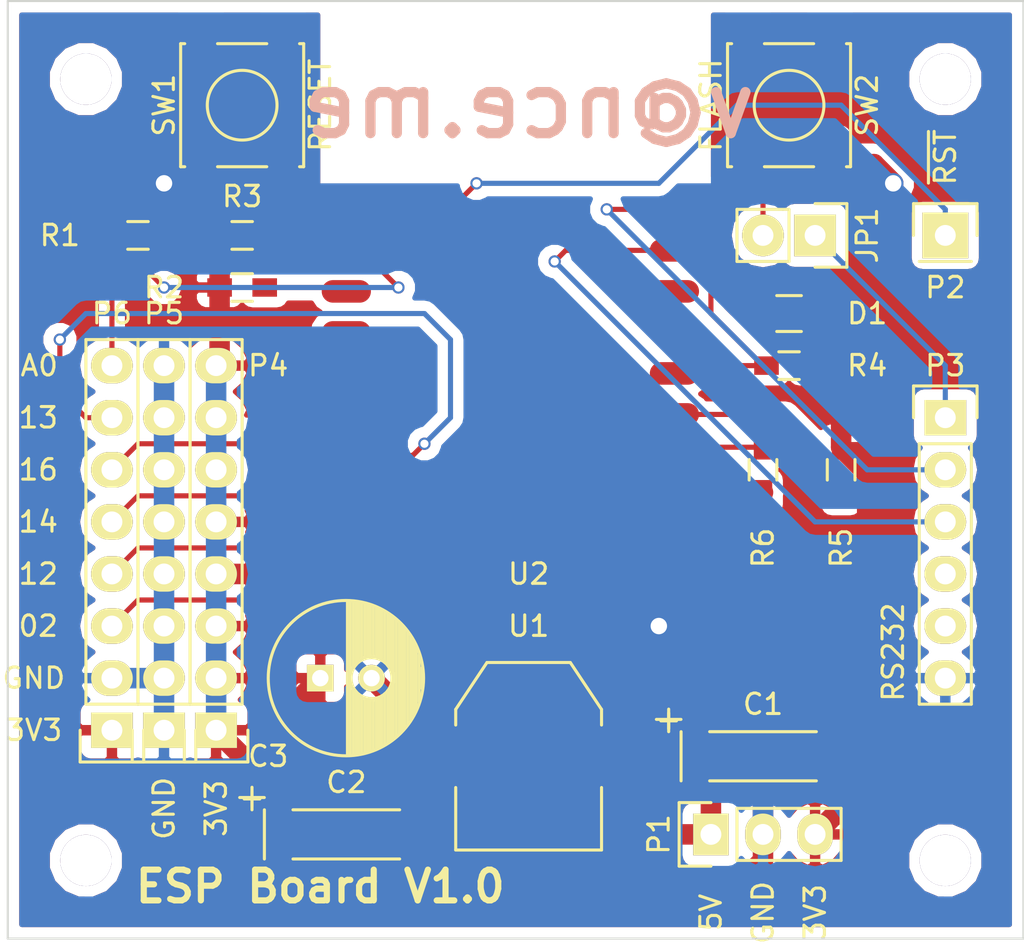
<source format=kicad_pcb>
(kicad_pcb (version 20171130) (host pcbnew "(5.1.12)-1")

  (general
    (thickness 1.6)
    (drawings 27)
    (tracks 156)
    (zones 0)
    (modules 25)
    (nets 28)
  )

  (page A4)
  (layers
    (0 F.Cu signal)
    (31 B.Cu signal)
    (32 B.Adhes user hide)
    (33 F.Adhes user hide)
    (34 B.Paste user hide)
    (35 F.Paste user hide)
    (36 B.SilkS user)
    (37 F.SilkS user)
    (38 B.Mask user)
    (39 F.Mask user)
    (40 Dwgs.User user hide)
    (41 Cmts.User user hide)
    (42 Eco1.User user hide)
    (43 Eco2.User user hide)
    (44 Edge.Cuts user)
    (45 Margin user hide)
    (46 B.CrtYd user hide)
    (47 F.CrtYd user hide)
    (48 B.Fab user hide)
    (49 F.Fab user hide)
  )

  (setup
    (last_trace_width 0.25)
    (trace_clearance 0.25)
    (zone_clearance 0.508)
    (zone_45_only no)
    (trace_min 0.2)
    (via_size 0.6)
    (via_drill 0.4)
    (via_min_size 0.4)
    (via_min_drill 0.3)
    (uvia_size 0.3)
    (uvia_drill 0.1)
    (uvias_allowed no)
    (uvia_min_size 0.2)
    (uvia_min_drill 0.1)
    (edge_width 0.1)
    (segment_width 0.2)
    (pcb_text_width 0.3)
    (pcb_text_size 1.5 1.5)
    (mod_edge_width 0.15)
    (mod_text_size 1 1)
    (mod_text_width 0.15)
    (pad_size 1.5 1.5)
    (pad_drill 0.6)
    (pad_to_mask_clearance 0)
    (aux_axis_origin 0 0)
    (visible_elements 7FFFFFFF)
    (pcbplotparams
      (layerselection 0x010f0_80000001)
      (usegerberextensions true)
      (usegerberattributes true)
      (usegerberadvancedattributes true)
      (creategerberjobfile true)
      (excludeedgelayer true)
      (linewidth 0.100000)
      (plotframeref false)
      (viasonmask false)
      (mode 1)
      (useauxorigin false)
      (hpglpennumber 1)
      (hpglpenspeed 20)
      (hpglpendiameter 15.000000)
      (psnegative false)
      (psa4output false)
      (plotreference true)
      (plotvalue true)
      (plotinvisibletext false)
      (padsonsilk false)
      (subtractmaskfromsilk false)
      (outputformat 1)
      (mirror false)
      (drillshape 0)
      (scaleselection 1)
      (outputdirectory ""))
  )

  (net 0 "")
  (net 1 GNDPWR)
  (net 2 +5V)
  (net 3 +3V3)
  (net 4 "Net-(D1-Pad1)")
  (net 5 /SERIAL_DTR)
  (net 6 /ESP_TX_OUT)
  (net 7 /ESP_RX_IN)
  (net 8 /SERIAL_3V3)
  (net 9 /SERIAL_CTS)
  (net 10 /ESP_GPIO2)
  (net 11 /ESP_GPIO12)
  (net 12 /ESP_GPIO14)
  (net 13 /ESP_GPIO16)
  (net 14 /ESP_GPIO13)
  (net 15 /ESP_ADC)
  (net 16 /ESP_CH_PD)
  (net 17 /ESP_RESET)
  (net 18 /ESP_GPIO0)
  (net 19 /ESP_GPIO15)
  (net 20 "Net-(U2-Pad9)")
  (net 21 "Net-(U2-Pad10)")
  (net 22 "Net-(U2-Pad11)")
  (net 23 "Net-(U2-Pad12)")
  (net 24 "Net-(U2-Pad13)")
  (net 25 "Net-(U2-Pad14)")
  (net 26 "Net-(U2-Pad19)")
  (net 27 "Net-(U2-Pad20)")

  (net_class Default "This is the default net class."
    (clearance 0.25)
    (trace_width 0.25)
    (via_dia 0.6)
    (via_drill 0.4)
    (uvia_dia 0.3)
    (uvia_drill 0.1)
    (add_net /ESP_ADC)
    (add_net /ESP_CH_PD)
    (add_net /ESP_GPIO0)
    (add_net /ESP_GPIO12)
    (add_net /ESP_GPIO13)
    (add_net /ESP_GPIO14)
    (add_net /ESP_GPIO15)
    (add_net /ESP_GPIO16)
    (add_net /ESP_GPIO2)
    (add_net /ESP_RESET)
    (add_net /ESP_RX_IN)
    (add_net /ESP_TX_OUT)
    (add_net /SERIAL_3V3)
    (add_net /SERIAL_CTS)
    (add_net /SERIAL_DTR)
    (add_net "Net-(D1-Pad1)")
    (add_net "Net-(U2-Pad10)")
    (add_net "Net-(U2-Pad11)")
    (add_net "Net-(U2-Pad12)")
    (add_net "Net-(U2-Pad13)")
    (add_net "Net-(U2-Pad14)")
    (add_net "Net-(U2-Pad19)")
    (add_net "Net-(U2-Pad20)")
    (add_net "Net-(U2-Pad9)")
  )

  (net_class Power ""
    (clearance 0.25)
    (trace_width 1)
    (via_dia 1)
    (via_drill 0.8)
    (uvia_dia 0.3)
    (uvia_drill 0.1)
    (add_net +3V3)
    (add_net +5V)
    (add_net GNDPWR)
  )

  (module Capacitors_Tantalum_SMD:TantalC_SizeA_EIA-3216_HandSoldering (layer F.Cu) (tedit 56BE1136) (tstamp 56BDCC2D)
    (at 152.4 119.38)
    (descr "Tantal Cap. , Size A, EIA-3216, Hand Soldering,")
    (tags "Tantal Cap. , Size A, EIA-3216, Hand Soldering,")
    (path /56ACCB59)
    (attr smd)
    (fp_text reference C1 (at 0 -2.54) (layer F.SilkS)
      (effects (font (size 1 1) (thickness 0.15)))
    )
    (fp_text value 10u (at 6.35 0) (layer F.Fab)
      (effects (font (size 1 1) (thickness 0.15)))
    )
    (fp_line (start -3.99542 -1.19888) (end -3.99542 1.19888) (layer F.SilkS) (width 0.15))
    (fp_line (start -5.19938 -1.79832) (end -4.0005 -1.79832) (layer F.SilkS) (width 0.15))
    (fp_line (start -4.59994 -2.2987) (end -4.59994 -1.19888) (layer F.SilkS) (width 0.15))
    (fp_line (start 2.60096 -1.19888) (end -2.60096 -1.19888) (layer F.SilkS) (width 0.15))
    (fp_line (start -2.60096 1.19888) (end 2.60096 1.19888) (layer F.SilkS) (width 0.15))
    (fp_text user + (at -4.59994 -1.80086) (layer F.SilkS)
      (effects (font (size 1 1) (thickness 0.15)))
    )
    (pad 2 smd rect (at 1.99898 0) (size 2.99974 1.50114) (layers F.Cu F.Paste F.Mask)
      (net 1 GNDPWR))
    (pad 1 smd rect (at -1.99898 0) (size 2.99974 1.50114) (layers F.Cu F.Paste F.Mask)
      (net 2 +5V))
    (model Capacitors_Tantalum_SMD.3dshapes/TantalC_SizeA_EIA-3216_HandSoldering.wrl
      (at (xyz 0 0 0))
      (scale (xyz 1 1 1))
      (rotate (xyz 0 0 180))
    )
  )

  (module Capacitors_Tantalum_SMD:TantalC_SizeA_EIA-3216_HandSoldering (layer F.Cu) (tedit 56BDE9A5) (tstamp 56BDCC33)
    (at 132.08 123.19)
    (descr "Tantal Cap. , Size A, EIA-3216, Hand Soldering,")
    (tags "Tantal Cap. , Size A, EIA-3216, Hand Soldering,")
    (path /56ACCB8D)
    (attr smd)
    (fp_text reference C2 (at 0 -2.54) (layer F.SilkS)
      (effects (font (size 1 1) (thickness 0.15)))
    )
    (fp_text value 10u (at -0.09906 3.0988) (layer F.Fab)
      (effects (font (size 1 1) (thickness 0.15)))
    )
    (fp_line (start -3.99542 -1.19888) (end -3.99542 1.19888) (layer F.SilkS) (width 0.15))
    (fp_line (start -5.19938 -1.79832) (end -4.0005 -1.79832) (layer F.SilkS) (width 0.15))
    (fp_line (start -4.59994 -2.2987) (end -4.59994 -1.19888) (layer F.SilkS) (width 0.15))
    (fp_line (start 2.60096 -1.19888) (end -2.60096 -1.19888) (layer F.SilkS) (width 0.15))
    (fp_line (start -2.60096 1.19888) (end 2.60096 1.19888) (layer F.SilkS) (width 0.15))
    (fp_text user + (at -4.59994 -1.80086) (layer F.SilkS)
      (effects (font (size 1 1) (thickness 0.15)))
    )
    (pad 2 smd rect (at 1.99898 0) (size 2.99974 1.50114) (layers F.Cu F.Paste F.Mask)
      (net 1 GNDPWR))
    (pad 1 smd rect (at -1.99898 0) (size 2.99974 1.50114) (layers F.Cu F.Paste F.Mask)
      (net 3 +3V3))
    (model Capacitors_Tantalum_SMD.3dshapes/TantalC_SizeA_EIA-3216_HandSoldering.wrl
      (at (xyz 0 0 0))
      (scale (xyz 1 1 1))
      (rotate (xyz 0 0 180))
    )
  )

  (module Capacitors_ThroughHole:C_Radial_D7.5_L11.2_P2.5 (layer F.Cu) (tedit 56BE1122) (tstamp 56BDCC39)
    (at 130.81 115.57)
    (descr "Radial Electrolytic Capacitor Diameter 7.5mm x Length 11.2mm, Pitch 2.5mm")
    (tags "Electrolytic Capacitor")
    (path /56AF8128)
    (fp_text reference C3 (at -2.54 3.81) (layer F.SilkS)
      (effects (font (size 1 1) (thickness 0.15)))
    )
    (fp_text value 1000u (at 1.27 -2.54) (layer F.Fab)
      (effects (font (size 1 1) (thickness 0.15)))
    )
    (fp_circle (center 1.25 0) (end 1.25 -4.1) (layer F.CrtYd) (width 0.05))
    (fp_circle (center 1.25 0) (end 1.25 -3.7875) (layer F.SilkS) (width 0.15))
    (fp_circle (center 2.5 0) (end 2.5 -1) (layer F.SilkS) (width 0.15))
    (fp_line (start 4.965 -0.511) (end 4.965 0.511) (layer F.SilkS) (width 0.15))
    (fp_line (start 4.825 -1.132) (end 4.825 1.132) (layer F.SilkS) (width 0.15))
    (fp_line (start 4.685 -1.504) (end 4.685 1.504) (layer F.SilkS) (width 0.15))
    (fp_line (start 4.545 -1.79) (end 4.545 1.79) (layer F.SilkS) (width 0.15))
    (fp_line (start 4.405 -2.027) (end 4.405 2.027) (layer F.SilkS) (width 0.15))
    (fp_line (start 4.265 -2.23) (end 4.265 2.23) (layer F.SilkS) (width 0.15))
    (fp_line (start 4.125 -2.408) (end 4.125 2.408) (layer F.SilkS) (width 0.15))
    (fp_line (start 3.985 -2.566) (end 3.985 2.566) (layer F.SilkS) (width 0.15))
    (fp_line (start 3.845 -2.707) (end 3.845 2.707) (layer F.SilkS) (width 0.15))
    (fp_line (start 3.705 -2.835) (end 3.705 2.835) (layer F.SilkS) (width 0.15))
    (fp_line (start 3.565 -2.95) (end 3.565 2.95) (layer F.SilkS) (width 0.15))
    (fp_line (start 3.425 0.38) (end 3.425 3.055) (layer F.SilkS) (width 0.15))
    (fp_line (start 3.425 -3.055) (end 3.425 -0.38) (layer F.SilkS) (width 0.15))
    (fp_line (start 3.285 0.619) (end 3.285 3.15) (layer F.SilkS) (width 0.15))
    (fp_line (start 3.285 -3.15) (end 3.285 -0.619) (layer F.SilkS) (width 0.15))
    (fp_line (start 3.145 0.764) (end 3.145 3.236) (layer F.SilkS) (width 0.15))
    (fp_line (start 3.145 -3.236) (end 3.145 -0.764) (layer F.SilkS) (width 0.15))
    (fp_line (start 3.005 0.863) (end 3.005 3.314) (layer F.SilkS) (width 0.15))
    (fp_line (start 3.005 -3.314) (end 3.005 -0.863) (layer F.SilkS) (width 0.15))
    (fp_line (start 2.865 0.931) (end 2.865 3.384) (layer F.SilkS) (width 0.15))
    (fp_line (start 2.865 -3.384) (end 2.865 -0.931) (layer F.SilkS) (width 0.15))
    (fp_line (start 2.725 0.974) (end 2.725 3.448) (layer F.SilkS) (width 0.15))
    (fp_line (start 2.725 -3.448) (end 2.725 -0.974) (layer F.SilkS) (width 0.15))
    (fp_line (start 2.585 0.996) (end 2.585 3.504) (layer F.SilkS) (width 0.15))
    (fp_line (start 2.585 -3.504) (end 2.585 -0.996) (layer F.SilkS) (width 0.15))
    (fp_line (start 2.445 0.998) (end 2.445 3.555) (layer F.SilkS) (width 0.15))
    (fp_line (start 2.445 -3.555) (end 2.445 -0.998) (layer F.SilkS) (width 0.15))
    (fp_line (start 2.305 0.981) (end 2.305 3.599) (layer F.SilkS) (width 0.15))
    (fp_line (start 2.305 -3.599) (end 2.305 -0.981) (layer F.SilkS) (width 0.15))
    (fp_line (start 2.165 0.942) (end 2.165 3.637) (layer F.SilkS) (width 0.15))
    (fp_line (start 2.165 -3.637) (end 2.165 -0.942) (layer F.SilkS) (width 0.15))
    (fp_line (start 2.025 0.88) (end 2.025 3.669) (layer F.SilkS) (width 0.15))
    (fp_line (start 2.025 -3.669) (end 2.025 -0.88) (layer F.SilkS) (width 0.15))
    (fp_line (start 1.885 0.789) (end 1.885 3.696) (layer F.SilkS) (width 0.15))
    (fp_line (start 1.885 -3.696) (end 1.885 -0.789) (layer F.SilkS) (width 0.15))
    (fp_line (start 1.745 0.656) (end 1.745 3.717) (layer F.SilkS) (width 0.15))
    (fp_line (start 1.745 -3.717) (end 1.745 -0.656) (layer F.SilkS) (width 0.15))
    (fp_line (start 1.605 0.446) (end 1.605 3.733) (layer F.SilkS) (width 0.15))
    (fp_line (start 1.605 -3.733) (end 1.605 -0.446) (layer F.SilkS) (width 0.15))
    (fp_line (start 1.465 -3.744) (end 1.465 3.744) (layer F.SilkS) (width 0.15))
    (fp_line (start 1.325 -3.749) (end 1.325 3.749) (layer F.SilkS) (width 0.15))
    (pad 2 thru_hole circle (at 2.5 0) (size 1.3 1.3) (drill 0.8) (layers *.Cu *.Mask F.SilkS)
      (net 1 GNDPWR))
    (pad 1 thru_hole rect (at 0 0) (size 1.3 1.3) (drill 0.8) (layers *.Cu *.Mask F.SilkS)
      (net 3 +3V3))
    (model Capacitors_ThroughHole.3dshapes/C_Radial_D7.5_L11.2_P2.5.wrl
      (at (xyz 0 0 0))
      (scale (xyz 1 1 1))
      (rotate (xyz 0 0 0))
    )
  )

  (module Resistors_SMD:R_0805_HandSoldering (layer F.Cu) (tedit 56BE10EE) (tstamp 56BDCC3F)
    (at 153.67 97.79)
    (descr "Resistor SMD 0805, hand soldering")
    (tags "resistor 0805")
    (path /56ACC55C)
    (attr smd)
    (fp_text reference D1 (at 3.81 0) (layer F.SilkS)
      (effects (font (size 1 1) (thickness 0.15)))
    )
    (fp_text value LED (at 0 1.27) (layer F.Fab)
      (effects (font (size 1 1) (thickness 0.15)))
    )
    (fp_line (start -0.6 -0.875) (end 0.6 -0.875) (layer F.SilkS) (width 0.15))
    (fp_line (start 0.6 0.875) (end -0.6 0.875) (layer F.SilkS) (width 0.15))
    (fp_line (start 2.4 -1) (end 2.4 1) (layer F.CrtYd) (width 0.05))
    (fp_line (start -2.4 -1) (end -2.4 1) (layer F.CrtYd) (width 0.05))
    (fp_line (start -2.4 1) (end 2.4 1) (layer F.CrtYd) (width 0.05))
    (fp_line (start -2.4 -1) (end 2.4 -1) (layer F.CrtYd) (width 0.05))
    (pad 1 smd rect (at -1.35 0) (size 1.5 1.3) (layers F.Cu F.Paste F.Mask)
      (net 4 "Net-(D1-Pad1)"))
    (pad 2 smd rect (at 1.35 0) (size 1.5 1.3) (layers F.Cu F.Paste F.Mask)
      (net 3 +3V3))
    (model Resistors_SMD.3dshapes/R_0805_HandSoldering.wrl
      (at (xyz 0 0 0))
      (scale (xyz 1 1 1))
      (rotate (xyz 0 0 0))
    )
  )

  (module Pin_Headers:Pin_Header_Straight_1x03 (layer F.Cu) (tedit 56BDEAD7) (tstamp 56BDCC46)
    (at 149.86 123.19 90)
    (descr "Through hole pin header")
    (tags "pin header")
    (path /56ACC819)
    (fp_text reference P1 (at 0 -2.54 90) (layer F.SilkS)
      (effects (font (size 1 1) (thickness 0.15)))
    )
    (fp_text value PWR (at 0 -3.1 90) (layer F.Fab) hide
      (effects (font (size 1 1) (thickness 0.15)))
    )
    (fp_line (start -1.55 -1.55) (end 1.55 -1.55) (layer F.SilkS) (width 0.15))
    (fp_line (start -1.55 0) (end -1.55 -1.55) (layer F.SilkS) (width 0.15))
    (fp_line (start 1.27 1.27) (end -1.27 1.27) (layer F.SilkS) (width 0.15))
    (fp_line (start 1.55 -1.55) (end 1.55 0) (layer F.SilkS) (width 0.15))
    (fp_line (start 1.27 6.35) (end 1.27 1.27) (layer F.SilkS) (width 0.15))
    (fp_line (start -1.27 6.35) (end 1.27 6.35) (layer F.SilkS) (width 0.15))
    (fp_line (start -1.27 1.27) (end -1.27 6.35) (layer F.SilkS) (width 0.15))
    (fp_line (start -1.75 6.85) (end 1.75 6.85) (layer F.CrtYd) (width 0.05))
    (fp_line (start -1.75 -1.75) (end 1.75 -1.75) (layer F.CrtYd) (width 0.05))
    (fp_line (start 1.75 -1.75) (end 1.75 6.85) (layer F.CrtYd) (width 0.05))
    (fp_line (start -1.75 -1.75) (end -1.75 6.85) (layer F.CrtYd) (width 0.05))
    (pad 1 thru_hole rect (at 0 0 90) (size 2.032 1.7272) (drill 1.016) (layers *.Cu *.Mask F.SilkS)
      (net 2 +5V))
    (pad 2 thru_hole oval (at 0 2.54 90) (size 2.032 1.7272) (drill 1.016) (layers *.Cu *.Mask F.SilkS)
      (net 1 GNDPWR))
    (pad 3 thru_hole oval (at 0 5.08 90) (size 2.032 1.7272) (drill 1.016) (layers *.Cu *.Mask F.SilkS)
      (net 3 +3V3))
    (model Pin_Headers.3dshapes/Pin_Header_Straight_1x03.wrl
      (offset (xyz 0 -2.539999961853027 0))
      (scale (xyz 1 1 1))
      (rotate (xyz 0 0 90))
    )
  )

  (module Pin_Headers:Pin_Header_Straight_1x06 (layer F.Cu) (tedit 56BDE9DF) (tstamp 56BDCC50)
    (at 161.29 102.87)
    (descr "Through hole pin header")
    (tags "pin header")
    (path /56ACCDA2)
    (fp_text reference P3 (at 0 -2.54) (layer F.SilkS)
      (effects (font (size 1 1) (thickness 0.15)))
    )
    (fp_text value RS232 (at 0 -3.1) (layer F.Fab) hide
      (effects (font (size 1 1) (thickness 0.15)))
    )
    (fp_line (start -1.55 -1.55) (end 1.55 -1.55) (layer F.SilkS) (width 0.15))
    (fp_line (start -1.55 0) (end -1.55 -1.55) (layer F.SilkS) (width 0.15))
    (fp_line (start 1.27 1.27) (end -1.27 1.27) (layer F.SilkS) (width 0.15))
    (fp_line (start 1.55 -1.55) (end 1.55 0) (layer F.SilkS) (width 0.15))
    (fp_line (start -1.27 13.97) (end -1.27 1.27) (layer F.SilkS) (width 0.15))
    (fp_line (start 1.27 13.97) (end -1.27 13.97) (layer F.SilkS) (width 0.15))
    (fp_line (start 1.27 1.27) (end 1.27 13.97) (layer F.SilkS) (width 0.15))
    (fp_line (start -1.75 14.45) (end 1.75 14.45) (layer F.CrtYd) (width 0.05))
    (fp_line (start -1.75 -1.75) (end 1.75 -1.75) (layer F.CrtYd) (width 0.05))
    (fp_line (start 1.75 -1.75) (end 1.75 14.45) (layer F.CrtYd) (width 0.05))
    (fp_line (start -1.75 -1.75) (end -1.75 14.45) (layer F.CrtYd) (width 0.05))
    (pad 1 thru_hole rect (at 0 0) (size 2.032 1.7272) (drill 1.016) (layers *.Cu *.Mask F.SilkS)
      (net 5 /SERIAL_DTR))
    (pad 2 thru_hole oval (at 0 2.54) (size 2.032 1.7272) (drill 1.016) (layers *.Cu *.Mask F.SilkS)
      (net 6 /ESP_TX_OUT))
    (pad 3 thru_hole oval (at 0 5.08) (size 2.032 1.7272) (drill 1.016) (layers *.Cu *.Mask F.SilkS)
      (net 7 /ESP_RX_IN))
    (pad 4 thru_hole oval (at 0 7.62) (size 2.032 1.7272) (drill 1.016) (layers *.Cu *.Mask F.SilkS)
      (net 8 /SERIAL_3V3))
    (pad 5 thru_hole oval (at 0 10.16) (size 2.032 1.7272) (drill 1.016) (layers *.Cu *.Mask F.SilkS)
      (net 9 /SERIAL_CTS))
    (pad 6 thru_hole oval (at 0 12.7) (size 2.032 1.7272) (drill 1.016) (layers *.Cu *.Mask F.SilkS)
      (net 1 GNDPWR))
    (model Pin_Headers.3dshapes/Pin_Header_Straight_1x06.wrl
      (offset (xyz 0 -6.349999904632568 0))
      (scale (xyz 1 1 1))
      (rotate (xyz 0 0 90))
    )
  )

  (module Pin_Headers:Pin_Header_Straight_1x08 (layer F.Cu) (tedit 56BDE729) (tstamp 56BDCC5C)
    (at 125.73 118.11 180)
    (descr "Through hole pin header")
    (tags "pin header")
    (path /56ACD67D)
    (fp_text reference P4 (at -2.54 17.78 180) (layer F.SilkS)
      (effects (font (size 1 1) (thickness 0.15)))
    )
    (fp_text value 3.3V (at 0 -3.1 180) (layer F.Fab) hide
      (effects (font (size 1 1) (thickness 0.15)))
    )
    (fp_line (start -1.55 -1.55) (end 1.55 -1.55) (layer F.SilkS) (width 0.15))
    (fp_line (start -1.55 0) (end -1.55 -1.55) (layer F.SilkS) (width 0.15))
    (fp_line (start 1.27 1.27) (end -1.27 1.27) (layer F.SilkS) (width 0.15))
    (fp_line (start 1.55 -1.55) (end 1.55 0) (layer F.SilkS) (width 0.15))
    (fp_line (start -1.27 19.05) (end -1.27 1.27) (layer F.SilkS) (width 0.15))
    (fp_line (start 1.27 19.05) (end -1.27 19.05) (layer F.SilkS) (width 0.15))
    (fp_line (start 1.27 1.27) (end 1.27 19.05) (layer F.SilkS) (width 0.15))
    (fp_line (start -1.75 19.55) (end 1.75 19.55) (layer F.CrtYd) (width 0.05))
    (fp_line (start -1.75 -1.75) (end 1.75 -1.75) (layer F.CrtYd) (width 0.05))
    (fp_line (start 1.75 -1.75) (end 1.75 19.55) (layer F.CrtYd) (width 0.05))
    (fp_line (start -1.75 -1.75) (end -1.75 19.55) (layer F.CrtYd) (width 0.05))
    (pad 1 thru_hole rect (at 0 0 180) (size 2.032 1.7272) (drill 1.016) (layers *.Cu *.Mask F.SilkS)
      (net 3 +3V3))
    (pad 2 thru_hole oval (at 0 2.54 180) (size 2.032 1.7272) (drill 1.016) (layers *.Cu *.Mask F.SilkS)
      (net 3 +3V3))
    (pad 3 thru_hole oval (at 0 5.08 180) (size 2.032 1.7272) (drill 1.016) (layers *.Cu *.Mask F.SilkS)
      (net 3 +3V3))
    (pad 4 thru_hole oval (at 0 7.62 180) (size 2.032 1.7272) (drill 1.016) (layers *.Cu *.Mask F.SilkS)
      (net 3 +3V3))
    (pad 5 thru_hole oval (at 0 10.16 180) (size 2.032 1.7272) (drill 1.016) (layers *.Cu *.Mask F.SilkS)
      (net 3 +3V3))
    (pad 6 thru_hole oval (at 0 12.7 180) (size 2.032 1.7272) (drill 1.016) (layers *.Cu *.Mask F.SilkS)
      (net 3 +3V3))
    (pad 7 thru_hole oval (at 0 15.24 180) (size 2.032 1.7272) (drill 1.016) (layers *.Cu *.Mask F.SilkS)
      (net 3 +3V3))
    (pad 8 thru_hole oval (at 0 17.78 180) (size 2.032 1.7272) (drill 1.016) (layers *.Cu *.Mask F.SilkS)
      (net 3 +3V3))
    (model Pin_Headers.3dshapes/Pin_Header_Straight_1x08.wrl
      (offset (xyz 0 -8.889999866485596 0))
      (scale (xyz 1 1 1))
      (rotate (xyz 0 0 90))
    )
  )

  (module Pin_Headers:Pin_Header_Straight_1x08 (layer F.Cu) (tedit 56BDE720) (tstamp 56BDCC68)
    (at 123.19 118.11 180)
    (descr "Through hole pin header")
    (tags "pin header")
    (path /56ACD91B)
    (fp_text reference P5 (at 0 20.32 180) (layer F.SilkS)
      (effects (font (size 1 1) (thickness 0.15)))
    )
    (fp_text value Gnd (at 0 -3.1 180) (layer F.Fab) hide
      (effects (font (size 1 1) (thickness 0.15)))
    )
    (fp_line (start -1.55 -1.55) (end 1.55 -1.55) (layer F.SilkS) (width 0.15))
    (fp_line (start -1.55 0) (end -1.55 -1.55) (layer F.SilkS) (width 0.15))
    (fp_line (start 1.27 1.27) (end -1.27 1.27) (layer F.SilkS) (width 0.15))
    (fp_line (start 1.55 -1.55) (end 1.55 0) (layer F.SilkS) (width 0.15))
    (fp_line (start -1.27 19.05) (end -1.27 1.27) (layer F.SilkS) (width 0.15))
    (fp_line (start 1.27 19.05) (end -1.27 19.05) (layer F.SilkS) (width 0.15))
    (fp_line (start 1.27 1.27) (end 1.27 19.05) (layer F.SilkS) (width 0.15))
    (fp_line (start -1.75 19.55) (end 1.75 19.55) (layer F.CrtYd) (width 0.05))
    (fp_line (start -1.75 -1.75) (end 1.75 -1.75) (layer F.CrtYd) (width 0.05))
    (fp_line (start 1.75 -1.75) (end 1.75 19.55) (layer F.CrtYd) (width 0.05))
    (fp_line (start -1.75 -1.75) (end -1.75 19.55) (layer F.CrtYd) (width 0.05))
    (pad 1 thru_hole rect (at 0 0 180) (size 2.032 1.7272) (drill 1.016) (layers *.Cu *.Mask F.SilkS)
      (net 1 GNDPWR))
    (pad 2 thru_hole oval (at 0 2.54 180) (size 2.032 1.7272) (drill 1.016) (layers *.Cu *.Mask F.SilkS)
      (net 1 GNDPWR))
    (pad 3 thru_hole oval (at 0 5.08 180) (size 2.032 1.7272) (drill 1.016) (layers *.Cu *.Mask F.SilkS)
      (net 1 GNDPWR))
    (pad 4 thru_hole oval (at 0 7.62 180) (size 2.032 1.7272) (drill 1.016) (layers *.Cu *.Mask F.SilkS)
      (net 1 GNDPWR))
    (pad 5 thru_hole oval (at 0 10.16 180) (size 2.032 1.7272) (drill 1.016) (layers *.Cu *.Mask F.SilkS)
      (net 1 GNDPWR))
    (pad 6 thru_hole oval (at 0 12.7 180) (size 2.032 1.7272) (drill 1.016) (layers *.Cu *.Mask F.SilkS)
      (net 1 GNDPWR))
    (pad 7 thru_hole oval (at 0 15.24 180) (size 2.032 1.7272) (drill 1.016) (layers *.Cu *.Mask F.SilkS)
      (net 1 GNDPWR))
    (pad 8 thru_hole oval (at 0 17.78 180) (size 2.032 1.7272) (drill 1.016) (layers *.Cu *.Mask F.SilkS)
      (net 1 GNDPWR))
    (model Pin_Headers.3dshapes/Pin_Header_Straight_1x08.wrl
      (offset (xyz 0 -8.889999866485596 0))
      (scale (xyz 1 1 1))
      (rotate (xyz 0 0 90))
    )
  )

  (module Pin_Headers:Pin_Header_Straight_1x08 (layer F.Cu) (tedit 56BDE712) (tstamp 56BDCC74)
    (at 120.65 118.11 180)
    (descr "Through hole pin header")
    (tags "pin header")
    (path /56ACD1BC)
    (fp_text reference P6 (at 0 20.32 180) (layer F.SilkS)
      (effects (font (size 1 1) (thickness 0.15)))
    )
    (fp_text value GPIO (at 0 -3.1 180) (layer F.Fab) hide
      (effects (font (size 1 1) (thickness 0.15)))
    )
    (fp_line (start -1.55 -1.55) (end 1.55 -1.55) (layer F.SilkS) (width 0.15))
    (fp_line (start -1.55 0) (end -1.55 -1.55) (layer F.SilkS) (width 0.15))
    (fp_line (start 1.27 1.27) (end -1.27 1.27) (layer F.SilkS) (width 0.15))
    (fp_line (start 1.55 -1.55) (end 1.55 0) (layer F.SilkS) (width 0.15))
    (fp_line (start -1.27 19.05) (end -1.27 1.27) (layer F.SilkS) (width 0.15))
    (fp_line (start 1.27 19.05) (end -1.27 19.05) (layer F.SilkS) (width 0.15))
    (fp_line (start 1.27 1.27) (end 1.27 19.05) (layer F.SilkS) (width 0.15))
    (fp_line (start -1.75 19.55) (end 1.75 19.55) (layer F.CrtYd) (width 0.05))
    (fp_line (start -1.75 -1.75) (end 1.75 -1.75) (layer F.CrtYd) (width 0.05))
    (fp_line (start 1.75 -1.75) (end 1.75 19.55) (layer F.CrtYd) (width 0.05))
    (fp_line (start -1.75 -1.75) (end -1.75 19.55) (layer F.CrtYd) (width 0.05))
    (pad 1 thru_hole rect (at 0 0 180) (size 2.032 1.7272) (drill 1.016) (layers *.Cu *.Mask F.SilkS)
      (net 3 +3V3))
    (pad 2 thru_hole oval (at 0 2.54 180) (size 2.032 1.7272) (drill 1.016) (layers *.Cu *.Mask F.SilkS)
      (net 1 GNDPWR))
    (pad 3 thru_hole oval (at 0 5.08 180) (size 2.032 1.7272) (drill 1.016) (layers *.Cu *.Mask F.SilkS)
      (net 10 /ESP_GPIO2))
    (pad 4 thru_hole oval (at 0 7.62 180) (size 2.032 1.7272) (drill 1.016) (layers *.Cu *.Mask F.SilkS)
      (net 11 /ESP_GPIO12))
    (pad 5 thru_hole oval (at 0 10.16 180) (size 2.032 1.7272) (drill 1.016) (layers *.Cu *.Mask F.SilkS)
      (net 12 /ESP_GPIO14))
    (pad 6 thru_hole oval (at 0 12.7 180) (size 2.032 1.7272) (drill 1.016) (layers *.Cu *.Mask F.SilkS)
      (net 13 /ESP_GPIO16))
    (pad 7 thru_hole oval (at 0 15.24 180) (size 2.032 1.7272) (drill 1.016) (layers *.Cu *.Mask F.SilkS)
      (net 14 /ESP_GPIO13))
    (pad 8 thru_hole oval (at 0 17.78 180) (size 2.032 1.7272) (drill 1.016) (layers *.Cu *.Mask F.SilkS)
      (net 15 /ESP_ADC))
    (model Pin_Headers.3dshapes/Pin_Header_Straight_1x08.wrl
      (offset (xyz 0 -8.889999866485596 0))
      (scale (xyz 1 1 1))
      (rotate (xyz 0 0 90))
    )
  )

  (module Resistors_SMD:R_0603_HandSoldering (layer F.Cu) (tedit 56BDE0C6) (tstamp 56BDCC7A)
    (at 121.92 93.98 180)
    (descr "Resistor SMD 0603, hand soldering")
    (tags "resistor 0603")
    (path /56ACDD84)
    (attr smd)
    (fp_text reference R1 (at 3.81 0 180) (layer F.SilkS)
      (effects (font (size 1 1) (thickness 0.15)))
    )
    (fp_text value 470k (at 0 1.9 180) (layer F.Fab)
      (effects (font (size 1 1) (thickness 0.15)))
    )
    (fp_line (start -0.5 -0.675) (end 0.5 -0.675) (layer F.SilkS) (width 0.15))
    (fp_line (start 0.5 0.675) (end -0.5 0.675) (layer F.SilkS) (width 0.15))
    (fp_line (start 2 -0.8) (end 2 0.8) (layer F.CrtYd) (width 0.05))
    (fp_line (start -2 -0.8) (end -2 0.8) (layer F.CrtYd) (width 0.05))
    (fp_line (start -2 0.8) (end 2 0.8) (layer F.CrtYd) (width 0.05))
    (fp_line (start -2 -0.8) (end 2 -0.8) (layer F.CrtYd) (width 0.05))
    (pad 1 smd rect (at -1.1 0 180) (size 1.2 0.9) (layers F.Cu F.Paste F.Mask)
      (net 3 +3V3))
    (pad 2 smd rect (at 1.1 0 180) (size 1.2 0.9) (layers F.Cu F.Paste F.Mask)
      (net 15 /ESP_ADC))
    (model Resistors_SMD.3dshapes/R_0603_HandSoldering.wrl
      (at (xyz 0 0 0))
      (scale (xyz 1 1 1))
      (rotate (xyz 0 0 0))
    )
  )

  (module Resistors_SMD:R_0603_HandSoldering (layer F.Cu) (tedit 56BDE980) (tstamp 56BDCC80)
    (at 127 96.52)
    (descr "Resistor SMD 0603, hand soldering")
    (tags "resistor 0603")
    (path /56ACBF8E)
    (attr smd)
    (fp_text reference R2 (at -3.81 0) (layer F.SilkS)
      (effects (font (size 1 1) (thickness 0.15)))
    )
    (fp_text value 10k (at 0 1.9) (layer F.Fab)
      (effects (font (size 1 1) (thickness 0.15)))
    )
    (fp_line (start -0.5 -0.675) (end 0.5 -0.675) (layer F.SilkS) (width 0.15))
    (fp_line (start 0.5 0.675) (end -0.5 0.675) (layer F.SilkS) (width 0.15))
    (fp_line (start 2 -0.8) (end 2 0.8) (layer F.CrtYd) (width 0.05))
    (fp_line (start -2 -0.8) (end -2 0.8) (layer F.CrtYd) (width 0.05))
    (fp_line (start -2 0.8) (end 2 0.8) (layer F.CrtYd) (width 0.05))
    (fp_line (start -2 -0.8) (end 2 -0.8) (layer F.CrtYd) (width 0.05))
    (pad 1 smd rect (at -1.1 0) (size 1.2 0.9) (layers F.Cu F.Paste F.Mask)
      (net 3 +3V3))
    (pad 2 smd rect (at 1.1 0) (size 1.2 0.9) (layers F.Cu F.Paste F.Mask)
      (net 16 /ESP_CH_PD))
    (model Resistors_SMD.3dshapes/R_0603_HandSoldering.wrl
      (at (xyz 0 0 0))
      (scale (xyz 1 1 1))
      (rotate (xyz 0 0 0))
    )
  )

  (module Resistors_SMD:R_0603_HandSoldering (layer F.Cu) (tedit 5418A00F) (tstamp 56BDCC86)
    (at 127 93.98)
    (descr "Resistor SMD 0603, hand soldering")
    (tags "resistor 0603")
    (path /56ACC270)
    (attr smd)
    (fp_text reference R3 (at 0 -1.9) (layer F.SilkS)
      (effects (font (size 1 1) (thickness 0.15)))
    )
    (fp_text value 10k (at 0 1.9) (layer F.Fab)
      (effects (font (size 1 1) (thickness 0.15)))
    )
    (fp_line (start -0.5 -0.675) (end 0.5 -0.675) (layer F.SilkS) (width 0.15))
    (fp_line (start 0.5 0.675) (end -0.5 0.675) (layer F.SilkS) (width 0.15))
    (fp_line (start 2 -0.8) (end 2 0.8) (layer F.CrtYd) (width 0.05))
    (fp_line (start -2 -0.8) (end -2 0.8) (layer F.CrtYd) (width 0.05))
    (fp_line (start -2 0.8) (end 2 0.8) (layer F.CrtYd) (width 0.05))
    (fp_line (start -2 -0.8) (end 2 -0.8) (layer F.CrtYd) (width 0.05))
    (pad 1 smd rect (at -1.1 0) (size 1.2 0.9) (layers F.Cu F.Paste F.Mask)
      (net 3 +3V3))
    (pad 2 smd rect (at 1.1 0) (size 1.2 0.9) (layers F.Cu F.Paste F.Mask)
      (net 17 /ESP_RESET))
    (model Resistors_SMD.3dshapes/R_0603_HandSoldering.wrl
      (at (xyz 0 0 0))
      (scale (xyz 1 1 1))
      (rotate (xyz 0 0 0))
    )
  )

  (module Resistors_SMD:R_0603_HandSoldering (layer F.Cu) (tedit 56BE10E6) (tstamp 56BDCC8C)
    (at 153.67 100.33 180)
    (descr "Resistor SMD 0603, hand soldering")
    (tags "resistor 0603")
    (path /56ACC297)
    (attr smd)
    (fp_text reference R4 (at -3.81 0 180) (layer F.SilkS)
      (effects (font (size 1 1) (thickness 0.15)))
    )
    (fp_text value 330R (at 0 -1.27 180) (layer F.Fab)
      (effects (font (size 1 1) (thickness 0.15)))
    )
    (fp_line (start -0.5 -0.675) (end 0.5 -0.675) (layer F.SilkS) (width 0.15))
    (fp_line (start 0.5 0.675) (end -0.5 0.675) (layer F.SilkS) (width 0.15))
    (fp_line (start 2 -0.8) (end 2 0.8) (layer F.CrtYd) (width 0.05))
    (fp_line (start -2 -0.8) (end -2 0.8) (layer F.CrtYd) (width 0.05))
    (fp_line (start -2 0.8) (end 2 0.8) (layer F.CrtYd) (width 0.05))
    (fp_line (start -2 -0.8) (end 2 -0.8) (layer F.CrtYd) (width 0.05))
    (pad 1 smd rect (at -1.1 0 180) (size 1.2 0.9) (layers F.Cu F.Paste F.Mask)
      (net 4 "Net-(D1-Pad1)"))
    (pad 2 smd rect (at 1.1 0 180) (size 1.2 0.9) (layers F.Cu F.Paste F.Mask)
      (net 18 /ESP_GPIO0))
    (model Resistors_SMD.3dshapes/R_0603_HandSoldering.wrl
      (at (xyz 0 0 0))
      (scale (xyz 1 1 1))
      (rotate (xyz 0 0 0))
    )
  )

  (module Resistors_SMD:R_0603_HandSoldering (layer F.Cu) (tedit 56BDF8E2) (tstamp 56BDCC92)
    (at 156.21 105.41 270)
    (descr "Resistor SMD 0603, hand soldering")
    (tags "resistor 0603")
    (path /56ACBFB2)
    (attr smd)
    (fp_text reference R5 (at 3.81 0 270) (layer F.SilkS)
      (effects (font (size 1 1) (thickness 0.15)))
    )
    (fp_text value 10k (at 0 1.9 270) (layer F.Fab)
      (effects (font (size 1 1) (thickness 0.15)))
    )
    (fp_line (start -0.5 -0.675) (end 0.5 -0.675) (layer F.SilkS) (width 0.15))
    (fp_line (start 0.5 0.675) (end -0.5 0.675) (layer F.SilkS) (width 0.15))
    (fp_line (start 2 -0.8) (end 2 0.8) (layer F.CrtYd) (width 0.05))
    (fp_line (start -2 -0.8) (end -2 0.8) (layer F.CrtYd) (width 0.05))
    (fp_line (start -2 0.8) (end 2 0.8) (layer F.CrtYd) (width 0.05))
    (fp_line (start -2 -0.8) (end 2 -0.8) (layer F.CrtYd) (width 0.05))
    (pad 1 smd rect (at -1.1 0 270) (size 1.2 0.9) (layers F.Cu F.Paste F.Mask)
      (net 3 +3V3))
    (pad 2 smd rect (at 1.1 0 270) (size 1.2 0.9) (layers F.Cu F.Paste F.Mask)
      (net 10 /ESP_GPIO2))
    (model Resistors_SMD.3dshapes/R_0603_HandSoldering.wrl
      (at (xyz 0 0 0))
      (scale (xyz 1 1 1))
      (rotate (xyz 0 0 0))
    )
  )

  (module Resistors_SMD:R_0603_HandSoldering (layer F.Cu) (tedit 56BDE9C6) (tstamp 56BDCC98)
    (at 152.4 105.41 270)
    (descr "Resistor SMD 0603, hand soldering")
    (tags "resistor 0603")
    (path /56ACBFCD)
    (attr smd)
    (fp_text reference R6 (at 3.81 0 270) (layer F.SilkS)
      (effects (font (size 1 1) (thickness 0.15)))
    )
    (fp_text value 10k (at 0 1.9 270) (layer F.Fab)
      (effects (font (size 1 1) (thickness 0.15)))
    )
    (fp_line (start -0.5 -0.675) (end 0.5 -0.675) (layer F.SilkS) (width 0.15))
    (fp_line (start 0.5 0.675) (end -0.5 0.675) (layer F.SilkS) (width 0.15))
    (fp_line (start 2 -0.8) (end 2 0.8) (layer F.CrtYd) (width 0.05))
    (fp_line (start -2 -0.8) (end -2 0.8) (layer F.CrtYd) (width 0.05))
    (fp_line (start -2 0.8) (end 2 0.8) (layer F.CrtYd) (width 0.05))
    (fp_line (start -2 -0.8) (end 2 -0.8) (layer F.CrtYd) (width 0.05))
    (pad 1 smd rect (at -1.1 0 270) (size 1.2 0.9) (layers F.Cu F.Paste F.Mask)
      (net 19 /ESP_GPIO15))
    (pad 2 smd rect (at 1.1 0 270) (size 1.2 0.9) (layers F.Cu F.Paste F.Mask)
      (net 1 GNDPWR))
    (model Resistors_SMD.3dshapes/R_0603_HandSoldering.wrl
      (at (xyz 0 0 0))
      (scale (xyz 1 1 1))
      (rotate (xyz 0 0 0))
    )
  )

  (module Buttons_Switches_SMD:SW_SPST_EVPBF (layer F.Cu) (tedit 56BDEABC) (tstamp 56BDCCA0)
    (at 127 87.63 90)
    (descr "Light Touch Switch")
    (path /56ACC1FE)
    (attr smd)
    (fp_text reference SW1 (at 0 -3.81 90) (layer F.SilkS)
      (effects (font (size 1 1) (thickness 0.15)))
    )
    (fp_text value RESET (at 0 0 90) (layer F.Fab)
      (effects (font (size 1 1) (thickness 0.15)))
    )
    (fp_circle (center 0 0) (end 1.7 0) (layer F.SilkS) (width 0.15))
    (fp_line (start -3 3) (end 3 3) (layer F.SilkS) (width 0.15))
    (fp_line (start 3 -3) (end -3 -3) (layer F.SilkS) (width 0.15))
    (fp_line (start 3 -1.2) (end 3 1.2) (layer F.SilkS) (width 0.15))
    (fp_line (start -3 -1.2) (end -3 1.2) (layer F.SilkS) (width 0.15))
    (fp_line (start -3 -3) (end -3 -2.8) (layer F.SilkS) (width 0.15))
    (fp_line (start -3 3) (end -3 2.8) (layer F.SilkS) (width 0.15))
    (fp_line (start 3 3) (end 3 2.8) (layer F.SilkS) (width 0.15))
    (fp_line (start 3 -3) (end 3 -2.8) (layer F.SilkS) (width 0.15))
    (fp_line (start -4.5 3.25) (end -4.5 -3.25) (layer F.CrtYd) (width 0.05))
    (fp_line (start 4.5 3.25) (end -4.5 3.25) (layer F.CrtYd) (width 0.05))
    (fp_line (start 4.5 -3.25) (end 4.5 3.25) (layer F.CrtYd) (width 0.05))
    (fp_line (start -4.5 -3.25) (end 4.5 -3.25) (layer F.CrtYd) (width 0.05))
    (pad 1 smd rect (at 2.875 -2 90) (size 2.75 1) (layers F.Cu F.Paste F.Mask)
      (net 1 GNDPWR))
    (pad 1 smd rect (at -2.875 -2 90) (size 2.75 1) (layers F.Cu F.Paste F.Mask)
      (net 1 GNDPWR))
    (pad 2 smd rect (at -2.875 2 90) (size 2.75 1) (layers F.Cu F.Paste F.Mask)
      (net 17 /ESP_RESET))
    (pad 2 smd rect (at 2.875 2 90) (size 2.75 1) (layers F.Cu F.Paste F.Mask)
      (net 17 /ESP_RESET))
  )

  (module Buttons_Switches_SMD:SW_SPST_EVPBF (layer F.Cu) (tedit 56BDEABF) (tstamp 56BDCCA8)
    (at 153.67 87.63 270)
    (descr "Light Touch Switch")
    (path /56ACC241)
    (attr smd)
    (fp_text reference SW2 (at 0 -3.81 270) (layer F.SilkS)
      (effects (font (size 1 1) (thickness 0.15)))
    )
    (fp_text value FLASH (at 0 0 270) (layer F.Fab)
      (effects (font (size 1 1) (thickness 0.15)))
    )
    (fp_circle (center 0 0) (end 1.7 0) (layer F.SilkS) (width 0.15))
    (fp_line (start -3 3) (end 3 3) (layer F.SilkS) (width 0.15))
    (fp_line (start 3 -3) (end -3 -3) (layer F.SilkS) (width 0.15))
    (fp_line (start 3 -1.2) (end 3 1.2) (layer F.SilkS) (width 0.15))
    (fp_line (start -3 -1.2) (end -3 1.2) (layer F.SilkS) (width 0.15))
    (fp_line (start -3 -3) (end -3 -2.8) (layer F.SilkS) (width 0.15))
    (fp_line (start -3 3) (end -3 2.8) (layer F.SilkS) (width 0.15))
    (fp_line (start 3 3) (end 3 2.8) (layer F.SilkS) (width 0.15))
    (fp_line (start 3 -3) (end 3 -2.8) (layer F.SilkS) (width 0.15))
    (fp_line (start -4.5 3.25) (end -4.5 -3.25) (layer F.CrtYd) (width 0.05))
    (fp_line (start 4.5 3.25) (end -4.5 3.25) (layer F.CrtYd) (width 0.05))
    (fp_line (start 4.5 -3.25) (end 4.5 3.25) (layer F.CrtYd) (width 0.05))
    (fp_line (start -4.5 -3.25) (end 4.5 -3.25) (layer F.CrtYd) (width 0.05))
    (pad 1 smd rect (at 2.875 -2 270) (size 2.75 1) (layers F.Cu F.Paste F.Mask)
      (net 1 GNDPWR))
    (pad 1 smd rect (at -2.875 -2 270) (size 2.75 1) (layers F.Cu F.Paste F.Mask)
      (net 1 GNDPWR))
    (pad 2 smd rect (at -2.875 2 270) (size 2.75 1) (layers F.Cu F.Paste F.Mask)
      (net 18 /ESP_GPIO0))
    (pad 2 smd rect (at 2.875 2 270) (size 2.75 1) (layers F.Cu F.Paste F.Mask)
      (net 18 /ESP_GPIO0))
  )

  (module TO_SOT_Packages_SMD:SOT-223 (layer F.Cu) (tedit 56BDE94A) (tstamp 56BDCCB0)
    (at 140.97 119.38)
    (descr "module CMS SOT223 4 pins")
    (tags "CMS SOT")
    (path /56ACC7DA)
    (attr smd)
    (fp_text reference U1 (at 0 -6.35) (layer F.SilkS)
      (effects (font (size 1 1) (thickness 0.15)))
    )
    (fp_text value LM1117-3.3 (at 0 0.762) (layer F.Fab)
      (effects (font (size 1 1) (thickness 0.15)))
    )
    (fp_line (start 3.556 -2.286) (end 3.556 -1.524) (layer F.SilkS) (width 0.15))
    (fp_line (start 2.032 -4.572) (end 3.556 -2.286) (layer F.SilkS) (width 0.15))
    (fp_line (start -2.032 -4.572) (end 2.032 -4.572) (layer F.SilkS) (width 0.15))
    (fp_line (start -3.556 -2.286) (end -2.032 -4.572) (layer F.SilkS) (width 0.15))
    (fp_line (start -3.556 -1.524) (end -3.556 -2.286) (layer F.SilkS) (width 0.15))
    (fp_line (start 3.556 4.572) (end 3.556 1.524) (layer F.SilkS) (width 0.15))
    (fp_line (start -3.556 4.572) (end 3.556 4.572) (layer F.SilkS) (width 0.15))
    (fp_line (start -3.556 1.524) (end -3.556 4.572) (layer F.SilkS) (width 0.15))
    (pad 4 smd rect (at 0 -3.302) (size 3.6576 2.032) (layers F.Cu F.Paste F.Mask)
      (net 3 +3V3))
    (pad 2 smd rect (at 0 3.302) (size 1.016 2.032) (layers F.Cu F.Paste F.Mask)
      (net 3 +3V3))
    (pad 3 smd rect (at 2.286 3.302) (size 1.016 2.032) (layers F.Cu F.Paste F.Mask)
      (net 2 +5V))
    (pad 1 smd rect (at -2.286 3.302) (size 1.016 2.032) (layers F.Cu F.Paste F.Mask)
      (net 1 GNDPWR))
    (model TO_SOT_Packages_SMD.3dshapes/SOT-223.wrl
      (at (xyz 0 0 0))
      (scale (xyz 0.4 0.4 0.4))
      (rotate (xyz 0 0 0))
    )
  )

  (module ESP8266:ESP-12E (layer F.Cu) (tedit 56BDE954) (tstamp 56BDCCCA)
    (at 132.08 92.71)
    (descr "Module, ESP-8266, ESP-12, 16 pad, SMD")
    (tags "Module ESP-8266 ESP8266")
    (path /56ACBCA8)
    (fp_text reference U2 (at 8.89 17.78) (layer F.SilkS)
      (effects (font (size 1 1) (thickness 0.15)))
    )
    (fp_text value ESP-12E (at 8 1) (layer F.Fab)
      (effects (font (size 1 1) (thickness 0.15)))
    )
    (fp_line (start 0 -8.4) (end 16 -8.4) (layer F.Fab) (width 0.1524))
    (fp_line (start 0 15.6) (end 0 -8.4) (layer F.Fab) (width 0.1524))
    (fp_line (start 16 15.6) (end 0 15.6) (layer F.Fab) (width 0.1524))
    (fp_line (start 16 -8.4) (end 16 15.6) (layer F.Fab) (width 0.1524))
    (fp_line (start 16 -8.4) (end 0 -8.4) (layer F.CrtYd) (width 0.1524))
    (fp_line (start 16 -2.6) (end 16 -8.4) (layer F.CrtYd) (width 0.1524))
    (fp_line (start 0 -2.6) (end 16 -2.6) (layer F.CrtYd) (width 0.1524))
    (fp_line (start 0 -8.4) (end 0 -2.6) (layer F.CrtYd) (width 0.1524))
    (fp_line (start 0 -8.4) (end 16 -2.6) (layer F.CrtYd) (width 0.1524))
    (fp_line (start 16 -8.4) (end 0 -2.6) (layer F.CrtYd) (width 0.1524))
    (fp_text user "No Copper" (at 7.9 -5.4) (layer F.CrtYd)
      (effects (font (size 1 1) (thickness 0.15)))
    )
    (pad 9 smd oval (at 2.99 15.75 90) (size 2.4 1.1) (layers F.Cu F.Paste F.Mask)
      (net 20 "Net-(U2-Pad9)"))
    (pad 10 smd oval (at 4.99 15.75 90) (size 2.4 1.1) (layers F.Cu F.Paste F.Mask)
      (net 21 "Net-(U2-Pad10)"))
    (pad 11 smd oval (at 6.99 15.75 90) (size 2.4 1.1) (layers F.Cu F.Paste F.Mask)
      (net 22 "Net-(U2-Pad11)"))
    (pad 12 smd oval (at 8.99 15.75 90) (size 2.4 1.1) (layers F.Cu F.Paste F.Mask)
      (net 23 "Net-(U2-Pad12)"))
    (pad 13 smd oval (at 10.99 15.75 90) (size 2.4 1.1) (layers F.Cu F.Paste F.Mask)
      (net 24 "Net-(U2-Pad13)"))
    (pad 14 smd oval (at 12.99 15.75 90) (size 2.4 1.1) (layers F.Cu F.Paste F.Mask)
      (net 25 "Net-(U2-Pad14)"))
    (pad 1 smd rect (at 0 0) (size 2.4 1.1) (layers F.Cu F.Paste F.Mask)
      (net 17 /ESP_RESET))
    (pad 2 smd oval (at 0 2) (size 2.4 1.1) (layers F.Cu F.Paste F.Mask)
      (net 15 /ESP_ADC))
    (pad 3 smd oval (at 0 4) (size 2.4 1.1) (layers F.Cu F.Paste F.Mask)
      (net 16 /ESP_CH_PD))
    (pad 4 smd oval (at 0 6) (size 2.4 1.1) (layers F.Cu F.Paste F.Mask)
      (net 13 /ESP_GPIO16))
    (pad 5 smd oval (at 0 8) (size 2.4 1.1) (layers F.Cu F.Paste F.Mask)
      (net 12 /ESP_GPIO14))
    (pad 6 smd oval (at 0 10) (size 2.4 1.1) (layers F.Cu F.Paste F.Mask)
      (net 11 /ESP_GPIO12))
    (pad 7 smd oval (at 0 12) (size 2.4 1.1) (layers F.Cu F.Paste F.Mask)
      (net 14 /ESP_GPIO13))
    (pad 8 smd oval (at 0 14) (size 2.4 1.1) (layers F.Cu F.Paste F.Mask)
      (net 3 +3V3))
    (pad 15 smd oval (at 16 14) (size 2.4 1.1) (layers F.Cu F.Paste F.Mask)
      (net 1 GNDPWR))
    (pad 16 smd oval (at 16 12) (size 2.4 1.1) (layers F.Cu F.Paste F.Mask)
      (net 19 /ESP_GPIO15))
    (pad 17 smd oval (at 16 10) (size 2.4 1.1) (layers F.Cu F.Paste F.Mask)
      (net 10 /ESP_GPIO2))
    (pad 18 smd oval (at 16 8) (size 2.4 1.1) (layers F.Cu F.Paste F.Mask)
      (net 18 /ESP_GPIO0))
    (pad 19 smd oval (at 16 6) (size 2.4 1.1) (layers F.Cu F.Paste F.Mask)
      (net 26 "Net-(U2-Pad19)"))
    (pad 20 smd oval (at 16 4) (size 2.4 1.1) (layers F.Cu F.Paste F.Mask)
      (net 27 "Net-(U2-Pad20)"))
    (pad 21 smd oval (at 16 2) (size 2.4 1.1) (layers F.Cu F.Paste F.Mask)
      (net 7 /ESP_RX_IN))
    (pad 22 smd oval (at 16 0) (size 2.4 1.1) (layers F.Cu F.Paste F.Mask)
      (net 6 /ESP_TX_OUT))
  )

  (module Pin_Headers:Pin_Header_Straight_1x02 (layer F.Cu) (tedit 56C39934) (tstamp 56BDCD90)
    (at 154.94 93.98 270)
    (descr "Through hole pin header")
    (tags "pin header")
    (path /56BDB112)
    (fp_text reference JP1 (at 0 -2.54 270) (layer F.SilkS)
      (effects (font (size 1 1) (thickness 0.15)))
    )
    (fp_text value AUTO_FLASH (at 0 -3.1 270) (layer F.Fab) hide
      (effects (font (size 1 1) (thickness 0.15)))
    )
    (fp_line (start -1.27 3.81) (end 1.27 3.81) (layer F.SilkS) (width 0.15))
    (fp_line (start -1.27 1.27) (end -1.27 3.81) (layer F.SilkS) (width 0.15))
    (fp_line (start -1.55 -1.55) (end 1.55 -1.55) (layer F.SilkS) (width 0.15))
    (fp_line (start -1.55 0) (end -1.55 -1.55) (layer F.SilkS) (width 0.15))
    (fp_line (start 1.27 1.27) (end -1.27 1.27) (layer F.SilkS) (width 0.15))
    (fp_line (start -1.75 4.3) (end 1.75 4.3) (layer F.CrtYd) (width 0.05))
    (fp_line (start -1.75 -1.75) (end 1.75 -1.75) (layer F.CrtYd) (width 0.05))
    (fp_line (start 1.75 -1.75) (end 1.75 4.3) (layer F.CrtYd) (width 0.05))
    (fp_line (start -1.75 -1.75) (end -1.75 4.3) (layer F.CrtYd) (width 0.05))
    (fp_line (start 1.55 -1.55) (end 1.55 0) (layer F.SilkS) (width 0.15))
    (fp_line (start 1.27 1.27) (end 1.27 3.81) (layer F.SilkS) (width 0.15))
    (pad 1 thru_hole rect (at 0 0 270) (size 2.032 2.032) (drill 1.016) (layers *.Cu *.Mask F.SilkS)
      (net 5 /SERIAL_DTR))
    (pad 2 thru_hole oval (at 0 2.54 270) (size 2.032 2.032) (drill 1.016) (layers *.Cu *.Mask F.SilkS)
      (net 18 /ESP_GPIO0))
    (model Pin_Headers.3dshapes/Pin_Header_Straight_1x02.wrl
      (offset (xyz 0 -1.269999980926514 0))
      (scale (xyz 1 1 1))
      (rotate (xyz 0 0 90))
    )
  )

  (module Pin_Headers:Pin_Header_Straight_1x01 (layer F.Cu) (tedit 56C3994A) (tstamp 56BDCD95)
    (at 161.29 93.98)
    (descr "Through hole pin header")
    (tags "pin header")
    (path /56BDAF18)
    (fp_text reference P2 (at 0 2.54) (layer F.SilkS)
      (effects (font (size 1 1) (thickness 0.15)))
    )
    (fp_text value EXT_RESET (at 0 -3.1) (layer F.Fab) hide
      (effects (font (size 1 1) (thickness 0.15)))
    )
    (fp_line (start -1.27 1.27) (end 1.27 1.27) (layer F.SilkS) (width 0.15))
    (fp_line (start -1.55 -1.55) (end 1.55 -1.55) (layer F.SilkS) (width 0.15))
    (fp_line (start -1.55 0) (end -1.55 -1.55) (layer F.SilkS) (width 0.15))
    (fp_line (start -1.75 1.75) (end 1.75 1.75) (layer F.CrtYd) (width 0.05))
    (fp_line (start -1.75 -1.75) (end 1.75 -1.75) (layer F.CrtYd) (width 0.05))
    (fp_line (start 1.75 -1.75) (end 1.75 1.75) (layer F.CrtYd) (width 0.05))
    (fp_line (start -1.75 -1.75) (end -1.75 1.75) (layer F.CrtYd) (width 0.05))
    (fp_line (start 1.55 -1.55) (end 1.55 0) (layer F.SilkS) (width 0.15))
    (pad 1 thru_hole rect (at 0 0) (size 2.2352 2.2352) (drill 1.016) (layers *.Cu *.Mask F.SilkS)
      (net 17 /ESP_RESET))
    (model Pin_Headers.3dshapes/Pin_Header_Straight_1x01.wrl
      (at (xyz 0 0 0))
      (scale (xyz 1 1 1))
      (rotate (xyz 0 0 90))
    )
  )

  (module Mounting_Holes:MountingHole_2-5mm (layer F.Cu) (tedit 56BDD4A0) (tstamp 56BDD409)
    (at 119.38 124.46)
    (descr "Mounting hole, Befestigungsbohrung, 2,5mm, No Annular, Kein Restring,")
    (tags "Mounting hole, Befestigungsbohrung, 2,5mm, No Annular, Kein Restring,")
    (fp_text reference REF** (at 0 -3.50012) (layer F.SilkS) hide
      (effects (font (size 1 1) (thickness 0.15)))
    )
    (fp_text value MountingHole_2-5mm (at 0.09906 3.59918) (layer F.Fab) hide
      (effects (font (size 1 1) (thickness 0.15)))
    )
    (fp_circle (center 0 0) (end 2.5 0) (layer Cmts.User) (width 0.381))
    (pad 1 thru_hole circle (at 0 0) (size 2.5 2.5) (drill 2.5) (layers))
  )

  (module Mounting_Holes:MountingHole_2-5mm (layer F.Cu) (tedit 56BDD4AB) (tstamp 56BDD40A)
    (at 119.38 86.36)
    (descr "Mounting hole, Befestigungsbohrung, 2,5mm, No Annular, Kein Restring,")
    (tags "Mounting hole, Befestigungsbohrung, 2,5mm, No Annular, Kein Restring,")
    (fp_text reference REF** (at 0 -3.50012) (layer F.SilkS) hide
      (effects (font (size 1 1) (thickness 0.15)))
    )
    (fp_text value MountingHole_2-5mm (at 0.09906 3.59918) (layer F.Fab) hide
      (effects (font (size 1 1) (thickness 0.15)))
    )
    (fp_circle (center 0 0) (end 2.5 0) (layer Cmts.User) (width 0.381))
    (pad 1 thru_hole circle (at 0 0) (size 2.5 2.5) (drill 2.5) (layers))
  )

  (module Mounting_Holes:MountingHole_2-5mm (layer F.Cu) (tedit 56BDD495) (tstamp 56BDD40B)
    (at 161.29 124.46)
    (descr "Mounting hole, Befestigungsbohrung, 2,5mm, No Annular, Kein Restring,")
    (tags "Mounting hole, Befestigungsbohrung, 2,5mm, No Annular, Kein Restring,")
    (fp_text reference REF** (at 0 -3.50012) (layer F.SilkS) hide
      (effects (font (size 1 1) (thickness 0.15)))
    )
    (fp_text value MountingHole_2-5mm (at 0.09906 3.59918) (layer F.Fab) hide
      (effects (font (size 1 1) (thickness 0.15)))
    )
    (fp_circle (center 0 0) (end 2.5 0) (layer Cmts.User) (width 0.381))
    (pad 1 thru_hole circle (at 0 0) (size 2.5 2.5) (drill 2.5) (layers))
  )

  (module Mounting_Holes:MountingHole_2-5mm (layer F.Cu) (tedit 56BDD3A6) (tstamp 56BDD40C)
    (at 161.29 86.36)
    (descr "Mounting hole, Befestigungsbohrung, 2,5mm, No Annular, Kein Restring,")
    (tags "Mounting hole, Befestigungsbohrung, 2,5mm, No Annular, Kein Restring,")
    (fp_text reference REF** (at 0 -3.50012) (layer F.SilkS) hide
      (effects (font (size 1 1) (thickness 0.15)))
    )
    (fp_text value MountingHole_2-5mm (at 0.09906 3.59918) (layer F.Fab) hide
      (effects (font (size 1 1) (thickness 0.15)))
    )
    (fp_circle (center 0 0) (end 2.5 0) (layer Cmts.User) (width 0.381))
    (pad 1 thru_hole circle (at 0 0) (size 2.5 2.5) (drill 2.5) (layers))
  )

  (gr_text "ESP Board V1.0" (at 130.81 125.73) (layer F.SilkS)
    (effects (font (size 1.5 1.5) (thickness 0.3)))
  )
  (gr_text "v@nce.me\n" (at 140.97 87.63) (layer B.SilkS)
    (effects (font (size 3 3) (thickness 0.5)) (justify mirror))
  )
  (dimension 45.72 (width 0.3) (layer Dwgs.User)
    (gr_text "45.720 mm" (at 176.61 105.41 90) (layer Dwgs.User)
      (effects (font (size 1.5 1.5) (thickness 0.3)))
    )
    (feature1 (pts (xy 165.1 82.55) (xy 177.96 82.55)))
    (feature2 (pts (xy 165.1 128.27) (xy 177.96 128.27)))
    (crossbar (pts (xy 175.26 128.27) (xy 175.26 82.55)))
    (arrow1a (pts (xy 175.26 82.55) (xy 175.846421 83.676504)))
    (arrow1b (pts (xy 175.26 82.55) (xy 174.673579 83.676504)))
    (arrow2a (pts (xy 175.26 128.27) (xy 175.846421 127.143496)))
    (arrow2b (pts (xy 175.26 128.27) (xy 174.673579 127.143496)))
  )
  (gr_line (start 115.57 128.27) (end 115.57 82.55) (angle 90) (layer Edge.Cuts) (width 0.1))
  (gr_line (start 165.1 128.27) (end 115.57 128.27) (angle 90) (layer Edge.Cuts) (width 0.1))
  (gr_line (start 165.1 82.55) (end 165.1 128.27) (angle 90) (layer Edge.Cuts) (width 0.1))
  (dimension 49.53 (width 0.3) (layer Dwgs.User)
    (gr_text "49.530 mm" (at 140.335 71.04) (layer Dwgs.User)
      (effects (font (size 1.5 1.5) (thickness 0.3)))
    )
    (feature1 (pts (xy 165.1 82.55) (xy 165.1 69.69)))
    (feature2 (pts (xy 115.57 82.55) (xy 115.57 69.69)))
    (crossbar (pts (xy 115.57 72.39) (xy 165.1 72.39)))
    (arrow1a (pts (xy 165.1 72.39) (xy 163.973496 72.976421)))
    (arrow1b (pts (xy 165.1 72.39) (xy 163.973496 71.803579)))
    (arrow2a (pts (xy 115.57 72.39) (xy 116.696504 72.976421)))
    (arrow2b (pts (xy 115.57 72.39) (xy 116.696504 71.803579)))
  )
  (dimension 41.91 (width 0.3) (layer Dwgs.User)
    (gr_text "41.910 mm" (at 140.335 77.39) (layer Dwgs.User)
      (effects (font (size 1.5 1.5) (thickness 0.3)))
    )
    (feature1 (pts (xy 161.29 86.36) (xy 161.29 76.04)))
    (feature2 (pts (xy 119.38 86.36) (xy 119.38 76.04)))
    (crossbar (pts (xy 119.38 78.74) (xy 161.29 78.74)))
    (arrow1a (pts (xy 161.29 78.74) (xy 160.163496 79.326421)))
    (arrow1b (pts (xy 161.29 78.74) (xy 160.163496 78.153579)))
    (arrow2a (pts (xy 119.38 78.74) (xy 120.506504 79.326421)))
    (arrow2b (pts (xy 119.38 78.74) (xy 120.506504 78.153579)))
  )
  (dimension 38.1 (width 0.3) (layer Dwgs.User)
    (gr_text "38.100 mm" (at 170.26 105.41 90) (layer Dwgs.User)
      (effects (font (size 1.5 1.5) (thickness 0.3)))
    )
    (feature1 (pts (xy 161.29 86.36) (xy 171.61 86.36)))
    (feature2 (pts (xy 161.29 124.46) (xy 171.61 124.46)))
    (crossbar (pts (xy 168.91 124.46) (xy 168.91 86.36)))
    (arrow1a (pts (xy 168.91 86.36) (xy 169.496421 87.486504)))
    (arrow1b (pts (xy 168.91 86.36) (xy 168.323579 87.486504)))
    (arrow2a (pts (xy 168.91 124.46) (xy 169.496421 123.333496)))
    (arrow2b (pts (xy 168.91 124.46) (xy 168.323579 123.333496)))
  )
  (gr_text RESET (at 130.81 87.63 90) (layer F.SilkS)
    (effects (font (size 1 1) (thickness 0.15)))
  )
  (gr_text FLASH (at 149.86 87.63 90) (layer F.SilkS)
    (effects (font (size 1 1) (thickness 0.15)))
  )
  (gr_text ~RST (at 161.29 90.17 90) (layer F.SilkS)
    (effects (font (size 1 1) (thickness 0.15)))
  )
  (gr_text RS232 (at 158.75 114.3 90) (layer F.SilkS)
    (effects (font (size 1 1) (thickness 0.15)))
  )
  (gr_text 13 (at 118.11 102.87) (layer F.SilkS)
    (effects (font (size 1 1) (thickness 0.15)) (justify right))
  )
  (gr_text 16 (at 118.11 105.41) (layer F.SilkS)
    (effects (font (size 1 1) (thickness 0.15)) (justify right))
  )
  (gr_text 14 (at 118.11 107.95) (layer F.SilkS)
    (effects (font (size 1 1) (thickness 0.15)) (justify right))
  )
  (gr_text 12 (at 118.11 110.49) (layer F.SilkS)
    (effects (font (size 1 1) (thickness 0.15)) (justify right))
  )
  (gr_text 02 (at 118.11 113.03) (layer F.SilkS)
    (effects (font (size 1 1) (thickness 0.15)) (justify right))
  )
  (gr_text A0 (at 118.11 100.33) (layer F.SilkS)
    (effects (font (size 1 1) (thickness 0.15)) (justify right))
  )
  (gr_text GND (at 116.84 115.57) (layer F.SilkS)
    (effects (font (size 1 1) (thickness 0.15)))
  )
  (gr_text 3V3 (at 116.84 118.11) (layer F.SilkS)
    (effects (font (size 1 1) (thickness 0.15)))
  )
  (gr_text 3V3 (at 125.73 121.92 90) (layer F.SilkS)
    (effects (font (size 1 1) (thickness 0.15)))
  )
  (gr_text GND (at 123.19 121.92 90) (layer F.SilkS)
    (effects (font (size 1 1) (thickness 0.15)))
  )
  (gr_text 3V3 (at 154.94 127 90) (layer F.SilkS)
    (effects (font (size 1 1) (thickness 0.15)))
  )
  (gr_text 5V (at 149.86 127 90) (layer F.SilkS)
    (effects (font (size 1 1) (thickness 0.15)))
  )
  (gr_text GND (at 152.4 127 90) (layer F.SilkS)
    (effects (font (size 1 1) (thickness 0.15)))
  )
  (gr_line (start 115.57 82.55) (end 165.1 82.55) (angle 90) (layer Edge.Cuts) (width 0.1))

  (segment (start 147.32 113.03) (end 140.97 106.68) (width 1) (layer B.Cu) (net 1))
  (segment (start 124.125 90.505) (end 123.19 91.44) (width 1) (layer F.Cu) (net 1) (tstamp 56BDFC24))
  (via (at 123.19 91.44) (size 1) (drill 0.8) (layers F.Cu B.Cu) (net 1))
  (segment (start 124.125 90.505) (end 125 90.505) (width 1) (layer F.Cu) (net 1))
  (segment (start 125.73 93.98) (end 123.19 91.44) (width 1) (layer B.Cu) (net 1) (tstamp 56BE0DE2))
  (segment (start 134.62 93.98) (end 125.73 93.98) (width 1) (layer B.Cu) (net 1) (tstamp 56BE0DDB))
  (segment (start 140.97 100.33) (end 134.62 93.98) (width 1) (layer B.Cu) (net 1) (tstamp 56BE0DCE))
  (segment (start 140.97 106.68) (end 140.97 100.33) (width 1) (layer B.Cu) (net 1) (tstamp 56BE0DC7))
  (segment (start 123.19 105.41) (end 123.19 102.87) (width 1) (layer B.Cu) (net 1))
  (segment (start 123.19 102.87) (end 123.19 100.33) (width 1) (layer B.Cu) (net 1))
  (segment (start 123.19 107.95) (end 123.19 105.41) (width 1) (layer B.Cu) (net 1))
  (segment (start 123.19 110.49) (end 123.19 107.95) (width 1) (layer B.Cu) (net 1))
  (segment (start 123.19 113.03) (end 123.19 110.49) (width 1) (layer B.Cu) (net 1))
  (segment (start 123.19 115.57) (end 123.19 113.03) (width 1) (layer B.Cu) (net 1))
  (segment (start 123.19 115.57) (end 120.65 115.57) (width 1) (layer B.Cu) (net 1))
  (segment (start 123.19 118.11) (end 123.19 115.57) (width 1) (layer B.Cu) (net 1))
  (segment (start 134.07898 123.19) (end 134.07898 116.33898) (width 1) (layer F.Cu) (net 1))
  (segment (start 134.07898 116.33898) (end 133.31 115.57) (width 1) (layer F.Cu) (net 1) (tstamp 56BDFB68))
  (segment (start 134.07898 123.19) (end 134.07898 123.73102) (width 1) (layer F.Cu) (net 1))
  (segment (start 155.67 90.505) (end 157.815 90.505) (width 1) (layer F.Cu) (net 1))
  (via (at 158.75 91.44) (size 1) (drill 0.8) (layers F.Cu B.Cu) (net 1))
  (segment (start 157.815 90.505) (end 158.75 91.44) (width 1) (layer F.Cu) (net 1) (tstamp 56BDF9D3))
  (segment (start 152.4 106.51) (end 148.28 106.51) (width 1) (layer F.Cu) (net 1))
  (segment (start 148.28 106.51) (end 148.08 106.71) (width 1) (layer F.Cu) (net 1) (tstamp 56BDF8C4))
  (segment (start 134.07898 123.19) (end 138.176 123.19) (width 1) (layer F.Cu) (net 1))
  (segment (start 138.176 123.19) (end 138.684 122.682) (width 1) (layer F.Cu) (net 1) (tstamp 56BDF426))
  (segment (start 152.4 123.19) (end 152.4 118.11) (width 1) (layer B.Cu) (net 1))
  (segment (start 147.32 113.03) (end 147.32 106.68) (width 1) (layer F.Cu) (net 1) (tstamp 56BDF25D))
  (via (at 147.32 113.03) (size 1) (drill 0.8) (layers F.Cu B.Cu) (net 1))
  (segment (start 152.4 118.11) (end 147.32 113.03) (width 1) (layer B.Cu) (net 1) (tstamp 56BDF242))
  (segment (start 147.32 106.68) (end 148.08 106.71) (width 1) (layer F.Cu) (net 1) (tstamp 56BDF260))
  (segment (start 138.684 124.714) (end 138.684 122.682) (width 1) (layer F.Cu) (net 1) (tstamp 56BDF1A9))
  (segment (start 139.7 125.73) (end 138.684 124.714) (width 1) (layer F.Cu) (net 1) (tstamp 56BDF1A2))
  (segment (start 151.13 125.73) (end 139.7 125.73) (width 1) (layer F.Cu) (net 1) (tstamp 56BDF19E))
  (segment (start 152.4 124.46) (end 151.13 125.73) (width 1) (layer F.Cu) (net 1) (tstamp 56BDF19A))
  (segment (start 152.4 123.19) (end 152.4 124.46) (width 1) (layer F.Cu) (net 1))
  (segment (start 152.4 123.19) (end 152.4 121.37898) (width 1) (layer F.Cu) (net 1))
  (segment (start 152.4 121.37898) (end 154.39898 119.38) (width 1) (layer F.Cu) (net 1) (tstamp 56BDEFF7))
  (segment (start 149.86 123.19) (end 149.86 119.92102) (width 1) (layer F.Cu) (net 2))
  (segment (start 149.86 119.92102) (end 150.40102 119.38) (width 1) (layer F.Cu) (net 2) (tstamp 56BDEFC3))
  (segment (start 149.86 123.19) (end 143.764 123.19) (width 1) (layer F.Cu) (net 2))
  (segment (start 143.764 123.19) (end 143.256 122.682) (width 1) (layer F.Cu) (net 2) (tstamp 56BDEFB2))
  (segment (start 125.73 110.49) (end 128.3 110.49) (width 1) (layer F.Cu) (net 3))
  (segment (start 128.3 110.49) (end 132.08 106.71) (width 1) (layer F.Cu) (net 3) (tstamp 56BE0D9A))
  (segment (start 125.73 105.41) (end 125.73 102.87) (width 1) (layer B.Cu) (net 3))
  (segment (start 125.73 102.87) (end 125.73 100.33) (width 1) (layer B.Cu) (net 3))
  (segment (start 125.73 107.95) (end 125.73 105.41) (width 1) (layer B.Cu) (net 3))
  (segment (start 125.73 110.49) (end 125.73 107.95) (width 1) (layer B.Cu) (net 3))
  (segment (start 125.73 113.03) (end 125.73 110.49) (width 1) (layer B.Cu) (net 3))
  (segment (start 125.73 115.57) (end 125.73 113.03) (width 1) (layer B.Cu) (net 3))
  (segment (start 125.73 118.11) (end 125.73 115.57) (width 1) (layer B.Cu) (net 3))
  (segment (start 125.9 93.98) (end 123.02 93.98) (width 1) (layer F.Cu) (net 3))
  (segment (start 125.9 96.52) (end 125.9 93.98) (width 1) (layer F.Cu) (net 3))
  (segment (start 125.9 96.52) (end 125.9 100.16) (width 1) (layer F.Cu) (net 3))
  (segment (start 125.9 100.16) (end 125.73 100.33) (width 1) (layer F.Cu) (net 3) (tstamp 56BDFBC5))
  (segment (start 130.08102 123.19) (end 130.08102 116.29898) (width 1) (layer F.Cu) (net 3))
  (segment (start 130.08102 116.29898) (end 130.81 115.57) (width 1) (layer F.Cu) (net 3) (tstamp 56BDFB6B))
  (segment (start 140.97 122.682) (end 140.97 116.078) (width 1) (layer F.Cu) (net 3))
  (segment (start 156.21 104.31) (end 156.21 98.98) (width 1) (layer F.Cu) (net 3))
  (segment (start 156.21 98.98) (end 155.02 97.79) (width 1) (layer F.Cu) (net 3) (tstamp 56BDF927))
  (segment (start 154.94 123.19) (end 157.48 120.65) (width 1) (layer F.Cu) (net 3))
  (segment (start 157.48 105.58) (end 156.21 104.31) (width 1) (layer F.Cu) (net 3) (tstamp 56BDF918))
  (segment (start 157.48 120.65) (end 157.48 105.58) (width 1) (layer F.Cu) (net 3) (tstamp 56BDF915))
  (segment (start 155.02 97.79) (end 155.02 97.850002) (width 1) (layer F.Cu) (net 3))
  (segment (start 130.08102 123.19) (end 130.08102 122.46102) (width 1) (layer F.Cu) (net 3))
  (segment (start 130.08102 122.46102) (end 125.73 118.11) (width 1) (layer F.Cu) (net 3) (tstamp 56BDF418))
  (segment (start 152.32 97.79) (end 152.32 97.88) (width 0.25) (layer F.Cu) (net 4))
  (segment (start 152.32 97.88) (end 154.77 100.33) (width 0.25) (layer F.Cu) (net 4) (tstamp 56BDF48C))
  (segment (start 161.29 102.87) (end 161.29 100.33) (width 0.25) (layer B.Cu) (net 5))
  (segment (start 161.29 100.33) (end 154.94 93.98) (width 0.25) (layer B.Cu) (net 5) (tstamp 56BDF6FB))
  (segment (start 161.29 105.41) (end 157.48 105.41) (width 0.25) (layer B.Cu) (net 6))
  (segment (start 144.78 92.71) (end 148.08 92.71) (width 0.25) (layer F.Cu) (net 6) (tstamp 56BDF0D9))
  (via (at 144.78 92.71) (size 0.6) (drill 0.4) (layers F.Cu B.Cu) (net 6))
  (segment (start 157.48 105.41) (end 144.78 92.71) (width 0.25) (layer B.Cu) (net 6) (tstamp 56BDF0C6))
  (segment (start 161.29 107.95) (end 154.94 107.95) (width 0.25) (layer B.Cu) (net 7))
  (segment (start 142.78 94.71) (end 148.08 94.71) (width 0.25) (layer F.Cu) (net 7) (tstamp 56BDF111))
  (segment (start 142.24 95.25) (end 142.78 94.71) (width 0.25) (layer F.Cu) (net 7) (tstamp 56BDF110))
  (via (at 142.24 95.25) (size 0.6) (drill 0.4) (layers F.Cu B.Cu) (net 7))
  (segment (start 154.94 107.95) (end 142.24 95.25) (width 0.25) (layer B.Cu) (net 7) (tstamp 56BDF100))
  (segment (start 148.08 102.71) (end 146.21 102.71) (width 0.25) (layer F.Cu) (net 10))
  (segment (start 121.92 111.76) (end 120.65 113.03) (width 0.25) (layer F.Cu) (net 10) (tstamp 56BE0C1B))
  (segment (start 129.54 111.76) (end 121.92 111.76) (width 0.25) (layer F.Cu) (net 10) (tstamp 56BE0C18))
  (segment (start 135.89 105.41) (end 129.54 111.76) (width 0.25) (layer F.Cu) (net 10) (tstamp 56BE0C10))
  (segment (start 143.51 105.41) (end 135.89 105.41) (width 0.25) (layer F.Cu) (net 10) (tstamp 56BE0C0D))
  (segment (start 146.21 102.71) (end 143.51 105.41) (width 0.25) (layer F.Cu) (net 10) (tstamp 56BE0C0B))
  (segment (start 156.21 106.51) (end 156.04 106.51) (width 0.25) (layer F.Cu) (net 10))
  (segment (start 156.04 106.51) (end 154.94 105.41) (width 0.25) (layer F.Cu) (net 10) (tstamp 56BDF96B))
  (segment (start 154.94 105.41) (end 154.94 104.14) (width 0.25) (layer F.Cu) (net 10) (tstamp 56BDF96F))
  (segment (start 154.94 104.14) (end 153.51 102.71) (width 0.25) (layer F.Cu) (net 10) (tstamp 56BDF973))
  (segment (start 153.51 102.71) (end 148.08 102.71) (width 0.25) (layer F.Cu) (net 10) (tstamp 56BDF976))
  (segment (start 148.24 102.87) (end 148.08 102.71) (width 0.25) (layer F.Cu) (net 10) (tstamp 56BDF15C))
  (segment (start 132.08 102.71) (end 130.97 102.71) (width 0.25) (layer F.Cu) (net 11))
  (segment (start 130.97 102.71) (end 129.54 104.14) (width 0.25) (layer F.Cu) (net 11) (tstamp 56BE0BA2))
  (segment (start 129.54 104.14) (end 129.54 107.95) (width 0.25) (layer F.Cu) (net 11) (tstamp 56BE0BA5))
  (segment (start 129.54 107.95) (end 128.27 109.22) (width 0.25) (layer F.Cu) (net 11) (tstamp 56BE0BA9))
  (segment (start 128.27 109.22) (end 121.92 109.22) (width 0.25) (layer F.Cu) (net 11) (tstamp 56BE0BAB))
  (segment (start 121.92 109.22) (end 120.65 110.49) (width 0.25) (layer F.Cu) (net 11) (tstamp 56BE0BAD))
  (segment (start 132.08 100.71) (end 131.7 100.71) (width 0.25) (layer F.Cu) (net 12))
  (segment (start 131.7 100.71) (end 128.27 104.14) (width 0.25) (layer F.Cu) (net 12) (tstamp 56BE0BB1))
  (segment (start 128.27 104.14) (end 128.27 105.41) (width 0.25) (layer F.Cu) (net 12) (tstamp 56BE0BB2))
  (segment (start 128.27 105.41) (end 127 106.68) (width 0.25) (layer F.Cu) (net 12) (tstamp 56BE0BB5))
  (segment (start 127 106.68) (end 121.92 106.68) (width 0.25) (layer F.Cu) (net 12) (tstamp 56BE0BB7))
  (segment (start 121.92 106.68) (end 120.65 107.95) (width 0.25) (layer F.Cu) (net 12) (tstamp 56BE0BB9))
  (segment (start 132.08 98.71) (end 131.16 98.71) (width 0.25) (layer F.Cu) (net 13))
  (segment (start 131.16 98.71) (end 128.27 101.6) (width 0.25) (layer F.Cu) (net 13) (tstamp 56BE0BC1))
  (segment (start 128.27 101.6) (end 128.27 102.87) (width 0.25) (layer F.Cu) (net 13) (tstamp 56BE0BE4))
  (segment (start 128.27 102.87) (end 127 104.14) (width 0.25) (layer F.Cu) (net 13) (tstamp 56BE0BEB))
  (segment (start 127 104.14) (end 121.92 104.14) (width 0.25) (layer F.Cu) (net 13) (tstamp 56BE0BED))
  (segment (start 121.92 104.14) (end 120.65 105.41) (width 0.25) (layer F.Cu) (net 13) (tstamp 56BE0BEF))
  (segment (start 135.89 104.14) (end 137.16 102.87) (width 0.25) (layer B.Cu) (net 14))
  (segment (start 135.32 104.71) (end 135.89 104.14) (width 0.25) (layer F.Cu) (net 14) (tstamp 56BE0B26))
  (via (at 135.89 104.14) (size 0.6) (drill 0.4) (layers F.Cu B.Cu) (net 14))
  (segment (start 132.08 104.71) (end 135.32 104.71) (width 0.25) (layer F.Cu) (net 14))
  (segment (start 118.11 101.6) (end 119.38 102.87) (width 0.25) (layer F.Cu) (net 14) (tstamp 56BE0D19))
  (segment (start 118.11 99.06) (end 118.11 101.6) (width 0.25) (layer F.Cu) (net 14) (tstamp 56BE0D18))
  (via (at 118.11 99.06) (size 0.6) (drill 0.4) (layers F.Cu B.Cu) (net 14))
  (segment (start 119.38 97.79) (end 118.11 99.06) (width 0.25) (layer B.Cu) (net 14) (tstamp 56BE0D10))
  (segment (start 135.89 97.79) (end 119.38 97.79) (width 0.25) (layer B.Cu) (net 14) (tstamp 56BE0D07))
  (segment (start 137.16 99.06) (end 135.89 97.79) (width 0.25) (layer B.Cu) (net 14) (tstamp 56BE0CF9))
  (segment (start 137.16 102.87) (end 137.16 99.06) (width 0.25) (layer B.Cu) (net 14) (tstamp 56BE0CF7))
  (segment (start 119.38 102.87) (end 120.65 102.87) (width 0.25) (layer F.Cu) (net 14) (tstamp 56BE0D1B))
  (segment (start 132.08 104.71) (end 131.38 104.71) (width 0.25) (layer F.Cu) (net 14))
  (segment (start 132.08 94.71) (end 132.81 94.71) (width 0.25) (layer F.Cu) (net 15))
  (segment (start 132.81 94.71) (end 134.62 96.52) (width 0.25) (layer F.Cu) (net 15) (tstamp 56BDFCD9))
  (via (at 134.62 96.52) (size 0.6) (drill 0.4) (layers F.Cu B.Cu) (net 15))
  (segment (start 134.62 96.52) (end 123.19 96.52) (width 0.25) (layer B.Cu) (net 15) (tstamp 56BDFCE5))
  (via (at 123.19 96.52) (size 0.6) (drill 0.4) (layers F.Cu B.Cu) (net 15))
  (segment (start 123.19 96.52) (end 120.82 94.15) (width 0.25) (layer F.Cu) (net 15) (tstamp 56BDFCF0))
  (segment (start 120.82 94.15) (end 120.82 93.98) (width 0.25) (layer F.Cu) (net 15) (tstamp 56BDFCF1))
  (segment (start 120.82 93.98) (end 120.65 94.15) (width 0.25) (layer F.Cu) (net 15) (tstamp 56BDFCF4))
  (segment (start 120.65 94.15) (end 120.65 100.33) (width 0.25) (layer F.Cu) (net 15) (tstamp 56BDFCF6))
  (segment (start 128.1 96.52) (end 131.89 96.52) (width 0.25) (layer F.Cu) (net 16))
  (segment (start 131.89 96.52) (end 132.08 96.71) (width 0.25) (layer F.Cu) (net 16) (tstamp 56BDFBC0))
  (segment (start 128.1 93.98) (end 128.1 91.405) (width 0.25) (layer F.Cu) (net 17))
  (segment (start 128.1 91.405) (end 129 90.505) (width 0.25) (layer F.Cu) (net 17) (tstamp 56BDFBA3))
  (segment (start 132.08 92.71) (end 129.37 92.71) (width 0.25) (layer F.Cu) (net 17))
  (segment (start 129.37 92.71) (end 128.1 93.98) (width 0.25) (layer F.Cu) (net 17) (tstamp 56BDFB93))
  (segment (start 161.29 93.98) (end 161.29 92.71) (width 0.25) (layer B.Cu) (net 17))
  (segment (start 137.16 92.71) (end 132.08 92.71) (width 0.25) (layer F.Cu) (net 17) (tstamp 56BDF79C))
  (segment (start 138.43 91.44) (end 137.16 92.71) (width 0.25) (layer F.Cu) (net 17) (tstamp 56BDF79B))
  (via (at 138.43 91.44) (size 0.6) (drill 0.4) (layers F.Cu B.Cu) (net 17))
  (segment (start 147.32 91.44) (end 138.43 91.44) (width 0.25) (layer B.Cu) (net 17) (tstamp 56BDF790))
  (segment (start 151.13 87.63) (end 147.32 91.44) (width 0.25) (layer B.Cu) (net 17) (tstamp 56BDF78C))
  (segment (start 156.21 87.63) (end 151.13 87.63) (width 0.25) (layer B.Cu) (net 17) (tstamp 56BDF788))
  (segment (start 161.29 92.71) (end 156.21 87.63) (width 0.25) (layer B.Cu) (net 17) (tstamp 56BDF783))
  (segment (start 152.4 93.98) (end 152.4 91.235) (width 0.25) (layer F.Cu) (net 18))
  (segment (start 152.4 91.235) (end 151.67 90.505) (width 0.25) (layer F.Cu) (net 18) (tstamp 56BDF7B8))
  (segment (start 152.57 100.33) (end 152.4 100.33) (width 0.25) (layer F.Cu) (net 18))
  (segment (start 152.4 100.33) (end 149.86 97.79) (width 0.25) (layer F.Cu) (net 18) (tstamp 56BDF4C2))
  (segment (start 149.86 92.315) (end 151.67 90.505) (width 0.25) (layer F.Cu) (net 18) (tstamp 56BDF4F2))
  (segment (start 149.86 97.79) (end 149.86 92.315) (width 0.25) (layer F.Cu) (net 18) (tstamp 56BDF4C8))
  (segment (start 152.57 100.33) (end 148.46 100.33) (width 0.25) (layer F.Cu) (net 18))
  (segment (start 148.46 100.33) (end 148.08 100.71) (width 0.25) (layer F.Cu) (net 18) (tstamp 56BDF160))
  (segment (start 152.4 104.31) (end 148.48 104.31) (width 0.25) (layer F.Cu) (net 19))
  (segment (start 148.48 104.31) (end 148.08 104.71) (width 0.25) (layer F.Cu) (net 19) (tstamp 56BDF8C9))
  (segment (start 148.78 105.41) (end 148.08 104.71) (width 0.25) (layer F.Cu) (net 19) (tstamp 56BDF155))

  (zone (net 1) (net_name GNDPWR) (layer B.Cu) (tstamp 56BE0E39) (hatch edge 0.508)
    (connect_pads (clearance 0.508))
    (min_thickness 0.254)
    (fill yes (arc_segments 16) (thermal_gap 0.508) (thermal_bridge_width 0.508))
    (polygon
      (pts
        (xy 130.81 91.44) (xy 149.86 91.44) (xy 149.86 82.55) (xy 165.1 82.55) (xy 165.1 128.27)
        (xy 115.57 128.27) (xy 115.57 82.55) (xy 130.81 82.55) (xy 130.81 91.44)
      )
    )
    (filled_polygon
      (pts
        (xy 130.683 91.44) (xy 130.693006 91.48941) (xy 130.721447 91.531035) (xy 130.763841 91.558315) (xy 130.81 91.567)
        (xy 137.494889 91.567) (xy 137.494838 91.625167) (xy 137.636883 91.968943) (xy 137.899673 92.232192) (xy 138.243201 92.374838)
        (xy 138.615167 92.375162) (xy 138.958943 92.233117) (xy 138.992118 92.2) (xy 143.979367 92.2) (xy 143.845162 92.523201)
        (xy 143.844838 92.895167) (xy 143.986883 93.238943) (xy 144.249673 93.502192) (xy 144.593201 93.644838) (xy 144.640077 93.644879)
        (xy 156.942599 105.947401) (xy 157.18916 106.112148) (xy 157.48 106.17) (xy 159.845352 106.17) (xy 160.045585 106.46967)
        (xy 160.360366 106.68) (xy 160.045585 106.89033) (xy 159.845352 107.19) (xy 155.254802 107.19) (xy 143.175122 95.11032)
        (xy 143.175162 95.064833) (xy 143.033117 94.721057) (xy 142.770327 94.457808) (xy 142.426799 94.315162) (xy 142.054833 94.314838)
        (xy 141.711057 94.456883) (xy 141.447808 94.719673) (xy 141.305162 95.063201) (xy 141.304838 95.435167) (xy 141.446883 95.778943)
        (xy 141.709673 96.042192) (xy 142.053201 96.184838) (xy 142.100077 96.184879) (xy 154.402599 108.487401) (xy 154.64916 108.652148)
        (xy 154.94 108.71) (xy 159.845352 108.71) (xy 160.045585 109.00967) (xy 160.360366 109.22) (xy 160.045585 109.43033)
        (xy 159.720729 109.916511) (xy 159.606655 110.49) (xy 159.720729 111.063489) (xy 160.045585 111.54967) (xy 160.360366 111.76)
        (xy 160.045585 111.97033) (xy 159.720729 112.456511) (xy 159.606655 113.03) (xy 159.720729 113.603489) (xy 160.045585 114.08967)
        (xy 160.355069 114.296461) (xy 159.939268 114.667964) (xy 159.685291 115.195209) (xy 159.682642 115.210974) (xy 159.803783 115.443)
        (xy 161.163 115.443) (xy 161.163 115.423) (xy 161.417 115.423) (xy 161.417 115.443) (xy 162.776217 115.443)
        (xy 162.897358 115.210974) (xy 162.894709 115.195209) (xy 162.640732 114.667964) (xy 162.224931 114.296461) (xy 162.534415 114.08967)
        (xy 162.859271 113.603489) (xy 162.973345 113.03) (xy 162.859271 112.456511) (xy 162.534415 111.97033) (xy 162.219634 111.76)
        (xy 162.534415 111.54967) (xy 162.859271 111.063489) (xy 162.973345 110.49) (xy 162.859271 109.916511) (xy 162.534415 109.43033)
        (xy 162.219634 109.22) (xy 162.534415 109.00967) (xy 162.859271 108.523489) (xy 162.973345 107.95) (xy 162.859271 107.376511)
        (xy 162.534415 106.89033) (xy 162.219634 106.68) (xy 162.534415 106.46967) (xy 162.859271 105.983489) (xy 162.973345 105.41)
        (xy 162.859271 104.836511) (xy 162.534415 104.35033) (xy 162.520087 104.340757) (xy 162.541317 104.336762) (xy 162.757441 104.19769)
        (xy 162.902431 103.98549) (xy 162.95344 103.7336) (xy 162.95344 102.0064) (xy 162.909162 101.771083) (xy 162.77009 101.554959)
        (xy 162.55789 101.409969) (xy 162.306 101.35896) (xy 162.05 101.35896) (xy 162.05 100.33) (xy 161.992148 100.039161)
        (xy 161.827401 99.792599) (xy 156.60344 94.568638) (xy 156.60344 92.964) (xy 156.559162 92.728683) (xy 156.42009 92.512559)
        (xy 156.20789 92.367569) (xy 155.956 92.31656) (xy 153.924 92.31656) (xy 153.688683 92.360838) (xy 153.472559 92.49991)
        (xy 153.370802 92.648837) (xy 153.03181 92.42233) (xy 152.4 92.296655) (xy 151.76819 92.42233) (xy 151.232567 92.780222)
        (xy 150.874675 93.315845) (xy 150.749 93.947655) (xy 150.749 94.012345) (xy 150.874675 94.644155) (xy 151.232567 95.179778)
        (xy 151.76819 95.53767) (xy 152.4 95.663345) (xy 153.03181 95.53767) (xy 153.371792 95.310501) (xy 153.45991 95.447441)
        (xy 153.67211 95.592431) (xy 153.924 95.64344) (xy 155.528638 95.64344) (xy 160.53 100.644802) (xy 160.53 101.35896)
        (xy 160.274 101.35896) (xy 160.038683 101.403238) (xy 159.822559 101.54231) (xy 159.677569 101.75451) (xy 159.62656 102.0064)
        (xy 159.62656 103.7336) (xy 159.670838 103.968917) (xy 159.80991 104.185041) (xy 160.02211 104.330031) (xy 160.063439 104.3384)
        (xy 160.045585 104.35033) (xy 159.845352 104.65) (xy 157.794802 104.65) (xy 145.715122 92.57032) (xy 145.715162 92.524833)
        (xy 145.580944 92.2) (xy 147.32 92.2) (xy 147.610839 92.142148) (xy 147.857401 91.977401) (xy 148.267802 91.567)
        (xy 149.86 91.567) (xy 149.90941 91.556994) (xy 149.951035 91.528553) (xy 149.978315 91.486159) (xy 149.987 91.44)
        (xy 149.987 89.847802) (xy 151.444802 88.39) (xy 155.895198 88.39) (xy 159.832034 92.326836) (xy 159.720959 92.39831)
        (xy 159.575969 92.61051) (xy 159.52496 92.8624) (xy 159.52496 95.0976) (xy 159.569238 95.332917) (xy 159.70831 95.549041)
        (xy 159.92051 95.694031) (xy 160.1724 95.74504) (xy 162.4076 95.74504) (xy 162.642917 95.700762) (xy 162.859041 95.56169)
        (xy 163.004031 95.34949) (xy 163.05504 95.0976) (xy 163.05504 92.8624) (xy 163.010762 92.627083) (xy 162.87169 92.410959)
        (xy 162.65949 92.265969) (xy 162.4076 92.21496) (xy 161.855706 92.21496) (xy 161.827401 92.172599) (xy 156.747401 87.092599)
        (xy 156.500839 86.927852) (xy 156.21 86.87) (xy 151.13 86.87) (xy 150.839161 86.927852) (xy 150.592599 87.092599)
        (xy 149.987 87.698198) (xy 149.987 86.733305) (xy 159.404674 86.733305) (xy 159.691043 87.426372) (xy 160.220839 87.957093)
        (xy 160.913405 88.244672) (xy 161.663305 88.245326) (xy 162.356372 87.958957) (xy 162.887093 87.429161) (xy 163.174672 86.736595)
        (xy 163.175326 85.986695) (xy 162.888957 85.293628) (xy 162.359161 84.762907) (xy 161.666595 84.475328) (xy 160.916695 84.474674)
        (xy 160.223628 84.761043) (xy 159.692907 85.290839) (xy 159.405328 85.983405) (xy 159.404674 86.733305) (xy 149.987 86.733305)
        (xy 149.987 83.235) (xy 164.415 83.235) (xy 164.415 127.585) (xy 116.255 127.585) (xy 116.255 124.833305)
        (xy 117.494674 124.833305) (xy 117.781043 125.526372) (xy 118.310839 126.057093) (xy 119.003405 126.344672) (xy 119.753305 126.345326)
        (xy 120.446372 126.058957) (xy 120.977093 125.529161) (xy 121.264672 124.836595) (xy 121.265326 124.086695) (xy 120.978957 123.393628)
        (xy 120.449161 122.862907) (xy 119.756595 122.575328) (xy 119.006695 122.574674) (xy 118.313628 122.861043) (xy 117.782907 123.390839)
        (xy 117.495328 124.083405) (xy 117.494674 124.833305) (xy 116.255 124.833305) (xy 116.255 122.174) (xy 148.34896 122.174)
        (xy 148.34896 124.206) (xy 148.393238 124.441317) (xy 148.53231 124.657441) (xy 148.74451 124.802431) (xy 148.9964 124.85344)
        (xy 150.7236 124.85344) (xy 150.958917 124.809162) (xy 151.175041 124.67009) (xy 151.320031 124.45789) (xy 151.339232 124.363073)
        (xy 151.497964 124.540732) (xy 152.025209 124.794709) (xy 152.040974 124.797358) (xy 152.273 124.676217) (xy 152.273 123.317)
        (xy 152.253 123.317) (xy 152.253 123.063) (xy 152.273 123.063) (xy 152.273 121.703783) (xy 152.527 121.703783)
        (xy 152.527 123.063) (xy 152.547 123.063) (xy 152.547 123.317) (xy 152.527 123.317) (xy 152.527 124.676217)
        (xy 152.759026 124.797358) (xy 152.774791 124.794709) (xy 153.302036 124.540732) (xy 153.673539 124.124931) (xy 153.88033 124.434415)
        (xy 154.366511 124.759271) (xy 154.94 124.873345) (xy 155.141294 124.833305) (xy 159.404674 124.833305) (xy 159.691043 125.526372)
        (xy 160.220839 126.057093) (xy 160.913405 126.344672) (xy 161.663305 126.345326) (xy 162.356372 126.058957) (xy 162.887093 125.529161)
        (xy 163.174672 124.836595) (xy 163.175326 124.086695) (xy 162.888957 123.393628) (xy 162.359161 122.862907) (xy 161.666595 122.575328)
        (xy 160.916695 122.574674) (xy 160.223628 122.861043) (xy 159.692907 123.390839) (xy 159.405328 124.083405) (xy 159.404674 124.833305)
        (xy 155.141294 124.833305) (xy 155.513489 124.759271) (xy 155.99967 124.434415) (xy 156.324526 123.948234) (xy 156.4386 123.374745)
        (xy 156.4386 123.005255) (xy 156.324526 122.431766) (xy 155.99967 121.945585) (xy 155.513489 121.620729) (xy 154.94 121.506655)
        (xy 154.366511 121.620729) (xy 153.88033 121.945585) (xy 153.673539 122.255069) (xy 153.302036 121.839268) (xy 152.774791 121.585291)
        (xy 152.759026 121.582642) (xy 152.527 121.703783) (xy 152.273 121.703783) (xy 152.040974 121.582642) (xy 152.025209 121.585291)
        (xy 151.497964 121.839268) (xy 151.341093 122.014845) (xy 151.326762 121.938683) (xy 151.18769 121.722559) (xy 150.97549 121.577569)
        (xy 150.7236 121.52656) (xy 148.9964 121.52656) (xy 148.761083 121.570838) (xy 148.544959 121.70991) (xy 148.399969 121.92211)
        (xy 148.34896 122.174) (xy 116.255 122.174) (xy 116.255 117.2464) (xy 118.98656 117.2464) (xy 118.98656 118.9736)
        (xy 119.030838 119.208917) (xy 119.16991 119.425041) (xy 119.38211 119.570031) (xy 119.634 119.62104) (xy 121.666 119.62104)
        (xy 121.901317 119.576762) (xy 121.928539 119.559245) (xy 122.047691 119.6086) (xy 122.90425 119.6086) (xy 123.063 119.44985)
        (xy 123.063 118.237) (xy 123.043 118.237) (xy 123.043 117.983) (xy 123.063 117.983) (xy 123.063 115.697)
        (xy 120.777 115.697) (xy 120.777 115.717) (xy 120.523 115.717) (xy 120.523 115.697) (xy 119.163783 115.697)
        (xy 119.042642 115.929026) (xy 119.045291 115.944791) (xy 119.299268 116.472036) (xy 119.474845 116.628907) (xy 119.398683 116.643238)
        (xy 119.182559 116.78231) (xy 119.037569 116.99451) (xy 118.98656 117.2464) (xy 116.255 117.2464) (xy 116.255 100.33)
        (xy 118.966655 100.33) (xy 119.080729 100.903489) (xy 119.405585 101.38967) (xy 119.720366 101.6) (xy 119.405585 101.81033)
        (xy 119.080729 102.296511) (xy 118.966655 102.87) (xy 119.080729 103.443489) (xy 119.405585 103.92967) (xy 119.720366 104.14)
        (xy 119.405585 104.35033) (xy 119.080729 104.836511) (xy 118.966655 105.41) (xy 119.080729 105.983489) (xy 119.405585 106.46967)
        (xy 119.720366 106.68) (xy 119.405585 106.89033) (xy 119.080729 107.376511) (xy 118.966655 107.95) (xy 119.080729 108.523489)
        (xy 119.405585 109.00967) (xy 119.720366 109.22) (xy 119.405585 109.43033) (xy 119.080729 109.916511) (xy 118.966655 110.49)
        (xy 119.080729 111.063489) (xy 119.405585 111.54967) (xy 119.720366 111.76) (xy 119.405585 111.97033) (xy 119.080729 112.456511)
        (xy 118.966655 113.03) (xy 119.080729 113.603489) (xy 119.405585 114.08967) (xy 119.715069 114.296461) (xy 119.299268 114.667964)
        (xy 119.045291 115.195209) (xy 119.042642 115.210974) (xy 119.163783 115.443) (xy 120.523 115.443) (xy 120.523 115.423)
        (xy 120.777 115.423) (xy 120.777 115.443) (xy 123.063 115.443) (xy 123.063 113.157) (xy 123.043 113.157)
        (xy 123.043 112.903) (xy 123.063 112.903) (xy 123.063 110.617) (xy 123.043 110.617) (xy 123.043 110.363)
        (xy 123.063 110.363) (xy 123.063 108.077) (xy 123.043 108.077) (xy 123.043 107.823) (xy 123.063 107.823)
        (xy 123.063 105.537) (xy 123.043 105.537) (xy 123.043 105.283) (xy 123.063 105.283) (xy 123.063 102.997)
        (xy 123.043 102.997) (xy 123.043 102.743) (xy 123.063 102.743) (xy 123.063 100.457) (xy 123.043 100.457)
        (xy 123.043 100.203) (xy 123.063 100.203) (xy 123.063 98.989076) (xy 123.317 98.989076) (xy 123.317 100.203)
        (xy 123.337 100.203) (xy 123.337 100.457) (xy 123.317 100.457) (xy 123.317 102.743) (xy 123.337 102.743)
        (xy 123.337 102.997) (xy 123.317 102.997) (xy 123.317 105.283) (xy 123.337 105.283) (xy 123.337 105.537)
        (xy 123.317 105.537) (xy 123.317 107.823) (xy 123.337 107.823) (xy 123.337 108.077) (xy 123.317 108.077)
        (xy 123.317 110.363) (xy 123.337 110.363) (xy 123.337 110.617) (xy 123.317 110.617) (xy 123.317 112.903)
        (xy 123.337 112.903) (xy 123.337 113.157) (xy 123.317 113.157) (xy 123.317 115.443) (xy 123.337 115.443)
        (xy 123.337 115.697) (xy 123.317 115.697) (xy 123.317 117.983) (xy 123.337 117.983) (xy 123.337 118.237)
        (xy 123.317 118.237) (xy 123.317 119.44985) (xy 123.47575 119.6086) (xy 124.332309 119.6086) (xy 124.448263 119.56057)
        (xy 124.46211 119.570031) (xy 124.714 119.62104) (xy 126.746 119.62104) (xy 126.981317 119.576762) (xy 127.197441 119.43769)
        (xy 127.342431 119.22549) (xy 127.39344 118.9736) (xy 127.39344 117.2464) (xy 127.349162 117.011083) (xy 127.21009 116.794959)
        (xy 126.99789 116.649969) (xy 126.956561 116.6416) (xy 126.974415 116.62967) (xy 127.299271 116.143489) (xy 127.413345 115.57)
        (xy 127.299271 114.996511) (xy 127.248148 114.92) (xy 129.51256 114.92) (xy 129.51256 116.22) (xy 129.556838 116.455317)
        (xy 129.69591 116.671441) (xy 129.90811 116.816431) (xy 130.16 116.86744) (xy 131.46 116.86744) (xy 131.695317 116.823162)
        (xy 131.911441 116.68409) (xy 132.056431 116.47189) (xy 132.057012 116.469016) (xy 132.59059 116.469016) (xy 132.646271 116.699611)
        (xy 133.129078 116.867622) (xy 133.639428 116.838083) (xy 133.973729 116.699611) (xy 134.02941 116.469016) (xy 133.31 115.749605)
        (xy 132.59059 116.469016) (xy 132.057012 116.469016) (xy 132.10744 116.22) (xy 132.10744 116.057615) (xy 132.180389 116.233729)
        (xy 132.410984 116.28941) (xy 133.130395 115.57) (xy 133.489605 115.57) (xy 134.209016 116.28941) (xy 134.439611 116.233729)
        (xy 134.545643 115.929026) (xy 159.682642 115.929026) (xy 159.685291 115.944791) (xy 159.939268 116.472036) (xy 160.37568 116.861954)
        (xy 160.928087 117.055184) (xy 161.163 116.910924) (xy 161.163 115.697) (xy 161.417 115.697) (xy 161.417 116.910924)
        (xy 161.651913 117.055184) (xy 162.20432 116.861954) (xy 162.640732 116.472036) (xy 162.894709 115.944791) (xy 162.897358 115.929026)
        (xy 162.776217 115.697) (xy 161.417 115.697) (xy 161.163 115.697) (xy 159.803783 115.697) (xy 159.682642 115.929026)
        (xy 134.545643 115.929026) (xy 134.607622 115.750922) (xy 134.578083 115.240572) (xy 134.439611 114.906271) (xy 134.209016 114.85059)
        (xy 133.489605 115.57) (xy 133.130395 115.57) (xy 132.410984 114.85059) (xy 132.180389 114.906271) (xy 132.10744 115.115902)
        (xy 132.10744 114.92) (xy 132.063162 114.684683) (xy 132.054347 114.670984) (xy 132.59059 114.670984) (xy 133.31 115.390395)
        (xy 134.02941 114.670984) (xy 133.973729 114.440389) (xy 133.490922 114.272378) (xy 132.980572 114.301917) (xy 132.646271 114.440389)
        (xy 132.59059 114.670984) (xy 132.054347 114.670984) (xy 131.92409 114.468559) (xy 131.71189 114.323569) (xy 131.46 114.27256)
        (xy 130.16 114.27256) (xy 129.924683 114.316838) (xy 129.708559 114.45591) (xy 129.563569 114.66811) (xy 129.51256 114.92)
        (xy 127.248148 114.92) (xy 126.974415 114.51033) (xy 126.865 114.437221) (xy 126.865 114.162779) (xy 126.974415 114.08967)
        (xy 127.299271 113.603489) (xy 127.413345 113.03) (xy 127.299271 112.456511) (xy 126.974415 111.97033) (xy 126.865 111.897221)
        (xy 126.865 111.622779) (xy 126.974415 111.54967) (xy 127.299271 111.063489) (xy 127.413345 110.49) (xy 127.299271 109.916511)
        (xy 126.974415 109.43033) (xy 126.865 109.357221) (xy 126.865 109.082779) (xy 126.974415 109.00967) (xy 127.299271 108.523489)
        (xy 127.413345 107.95) (xy 127.299271 107.376511) (xy 126.974415 106.89033) (xy 126.865 106.817221) (xy 126.865 106.542779)
        (xy 126.974415 106.46967) (xy 127.299271 105.983489) (xy 127.413345 105.41) (xy 127.299271 104.836511) (xy 126.974415 104.35033)
        (xy 126.865 104.277221) (xy 126.865 104.002779) (xy 126.974415 103.92967) (xy 127.299271 103.443489) (xy 127.413345 102.87)
        (xy 127.299271 102.296511) (xy 126.974415 101.81033) (xy 126.865 101.737221) (xy 126.865 101.462779) (xy 126.974415 101.38967)
        (xy 127.299271 100.903489) (xy 127.413345 100.33) (xy 127.299271 99.756511) (xy 126.974415 99.27033) (xy 126.488234 98.945474)
        (xy 125.914745 98.8314) (xy 125.545255 98.8314) (xy 124.971766 98.945474) (xy 124.485585 99.27033) (xy 124.440246 99.338184)
        (xy 124.10432 99.038046) (xy 123.551913 98.844816) (xy 123.317 98.989076) (xy 123.063 98.989076) (xy 122.828087 98.844816)
        (xy 122.27568 99.038046) (xy 121.939754 99.338184) (xy 121.894415 99.27033) (xy 121.408234 98.945474) (xy 120.834745 98.8314)
        (xy 120.465255 98.8314) (xy 119.891766 98.945474) (xy 119.405585 99.27033) (xy 119.080729 99.756511) (xy 118.966655 100.33)
        (xy 116.255 100.33) (xy 116.255 99.245167) (xy 117.174838 99.245167) (xy 117.316883 99.588943) (xy 117.579673 99.852192)
        (xy 117.923201 99.994838) (xy 118.295167 99.995162) (xy 118.638943 99.853117) (xy 118.902192 99.590327) (xy 119.044838 99.246799)
        (xy 119.044879 99.199923) (xy 119.694802 98.55) (xy 135.575198 98.55) (xy 136.4 99.374802) (xy 136.4 102.555198)
        (xy 135.75032 103.204878) (xy 135.704833 103.204838) (xy 135.361057 103.346883) (xy 135.097808 103.609673) (xy 134.955162 103.953201)
        (xy 134.954838 104.325167) (xy 135.096883 104.668943) (xy 135.359673 104.932192) (xy 135.703201 105.074838) (xy 136.075167 105.075162)
        (xy 136.418943 104.933117) (xy 136.682192 104.670327) (xy 136.824838 104.326799) (xy 136.824879 104.279923) (xy 137.697401 103.407401)
        (xy 137.862148 103.16084) (xy 137.92 102.87) (xy 137.92 99.06) (xy 137.862148 98.769161) (xy 137.862148 98.76916)
        (xy 137.697401 98.522599) (xy 136.427401 97.252599) (xy 136.180839 97.087852) (xy 135.89 97.03) (xy 135.420633 97.03)
        (xy 135.554838 96.706799) (xy 135.555162 96.334833) (xy 135.413117 95.991057) (xy 135.150327 95.727808) (xy 134.806799 95.585162)
        (xy 134.434833 95.584838) (xy 134.091057 95.726883) (xy 134.057882 95.76) (xy 123.752463 95.76) (xy 123.720327 95.727808)
        (xy 123.376799 95.585162) (xy 123.004833 95.584838) (xy 122.661057 95.726883) (xy 122.397808 95.989673) (xy 122.255162 96.333201)
        (xy 122.254838 96.705167) (xy 122.389056 97.03) (xy 119.38 97.03) (xy 119.08916 97.087852) (xy 118.842599 97.252599)
        (xy 117.97032 98.124878) (xy 117.924833 98.124838) (xy 117.581057 98.266883) (xy 117.317808 98.529673) (xy 117.175162 98.873201)
        (xy 117.174838 99.245167) (xy 116.255 99.245167) (xy 116.255 86.733305) (xy 117.494674 86.733305) (xy 117.781043 87.426372)
        (xy 118.310839 87.957093) (xy 119.003405 88.244672) (xy 119.753305 88.245326) (xy 120.446372 87.958957) (xy 120.977093 87.429161)
        (xy 121.264672 86.736595) (xy 121.265326 85.986695) (xy 120.978957 85.293628) (xy 120.449161 84.762907) (xy 119.756595 84.475328)
        (xy 119.006695 84.474674) (xy 118.313628 84.761043) (xy 117.782907 85.290839) (xy 117.495328 85.983405) (xy 117.494674 86.733305)
        (xy 116.255 86.733305) (xy 116.255 83.235) (xy 130.683 83.235)
      )
    )
  )
  (zone (net 3) (net_name +3V3) (layer F.Cu) (tstamp 56BE0F32) (hatch edge 0.508)
    (connect_pads (clearance 0.508))
    (min_thickness 0.254)
    (fill yes (arc_segments 16) (thermal_gap 0.508) (thermal_bridge_width 0.508))
    (polygon
      (pts
        (xy 130.81 91.44) (xy 149.86 91.44) (xy 149.86 82.55) (xy 165.1 82.55) (xy 165.1 128.27)
        (xy 115.57 128.27) (xy 115.57 82.55) (xy 130.81 82.55) (xy 130.81 91.44)
      )
    )
    (filled_polygon
      (pts
        (xy 123.85256 83.38) (xy 123.85256 86.13) (xy 123.896838 86.365317) (xy 124.03591 86.581441) (xy 124.24811 86.726431)
        (xy 124.5 86.77744) (xy 125.5 86.77744) (xy 125.735317 86.733162) (xy 125.951441 86.59409) (xy 126.096431 86.38189)
        (xy 126.14744 86.13) (xy 126.14744 83.38) (xy 126.120156 83.235) (xy 127.881923 83.235) (xy 127.85256 83.38)
        (xy 127.85256 86.13) (xy 127.896838 86.365317) (xy 128.03591 86.581441) (xy 128.24811 86.726431) (xy 128.5 86.77744)
        (xy 129.5 86.77744) (xy 129.735317 86.733162) (xy 129.951441 86.59409) (xy 130.096431 86.38189) (xy 130.14744 86.13)
        (xy 130.14744 83.38) (xy 130.120156 83.235) (xy 130.683 83.235) (xy 130.683 91.44) (xy 130.693006 91.48941)
        (xy 130.721447 91.531035) (xy 130.735105 91.539824) (xy 130.644683 91.556838) (xy 130.428559 91.69591) (xy 130.283569 91.90811)
        (xy 130.275086 91.95) (xy 130.133265 91.95) (xy 130.14744 91.88) (xy 130.14744 89.13) (xy 130.103162 88.894683)
        (xy 129.96409 88.678559) (xy 129.75189 88.533569) (xy 129.5 88.48256) (xy 128.5 88.48256) (xy 128.264683 88.526838)
        (xy 128.048559 88.66591) (xy 127.903569 88.87811) (xy 127.85256 89.13) (xy 127.85256 90.577638) (xy 127.562599 90.867599)
        (xy 127.397852 91.114161) (xy 127.34 91.405) (xy 127.34 92.912666) (xy 127.264683 92.926838) (xy 127.048559 93.06591)
        (xy 127.002031 93.134006) (xy 126.859698 92.991673) (xy 126.626309 92.895) (xy 126.18575 92.895) (xy 126.027 93.05375)
        (xy 126.027 93.853) (xy 126.047 93.853) (xy 126.047 94.107) (xy 126.027 94.107) (xy 126.027 94.90625)
        (xy 126.18575 95.065) (xy 126.626309 95.065) (xy 126.859698 94.968327) (xy 127.000936 94.82709) (xy 127.03591 94.881441)
        (xy 127.24811 95.026431) (xy 127.5 95.07744) (xy 128.7 95.07744) (xy 128.935317 95.033162) (xy 129.151441 94.89409)
        (xy 129.296431 94.68189) (xy 129.34744 94.43) (xy 129.34744 93.807362) (xy 129.684802 93.47) (xy 130.272074 93.47)
        (xy 130.276838 93.495317) (xy 130.41591 93.711441) (xy 130.604099 93.840025) (xy 130.556128 93.872078) (xy 130.299253 94.25652)
        (xy 130.20905 94.71) (xy 130.299253 95.16348) (xy 130.556128 95.547922) (xy 130.798696 95.71) (xy 130.723865 95.76)
        (xy 129.255105 95.76) (xy 129.16409 95.618559) (xy 128.95189 95.473569) (xy 128.7 95.42256) (xy 127.5 95.42256)
        (xy 127.264683 95.466838) (xy 127.048559 95.60591) (xy 127.002031 95.674006) (xy 126.859698 95.531673) (xy 126.626309 95.435)
        (xy 126.18575 95.435) (xy 126.027 95.59375) (xy 126.027 96.393) (xy 126.047 96.393) (xy 126.047 96.647)
        (xy 126.027 96.647) (xy 126.027 97.44625) (xy 126.18575 97.605) (xy 126.626309 97.605) (xy 126.859698 97.508327)
        (xy 127.000936 97.36709) (xy 127.03591 97.421441) (xy 127.24811 97.566431) (xy 127.5 97.61744) (xy 128.7 97.61744)
        (xy 128.935317 97.573162) (xy 129.151441 97.43409) (xy 129.256726 97.28) (xy 130.377109 97.28) (xy 130.556128 97.547922)
        (xy 130.798696 97.71) (xy 130.556128 97.872078) (xy 130.299253 98.25652) (xy 130.239803 98.555395) (xy 127.732599 101.062599)
        (xy 127.567852 101.309161) (xy 127.51 101.6) (xy 127.51 102.555198) (xy 127.3222 102.742998) (xy 127.216218 102.742998)
        (xy 127.337358 102.510974) (xy 127.334709 102.495209) (xy 127.080732 101.967964) (xy 126.668892 101.6) (xy 127.080732 101.232036)
        (xy 127.334709 100.704791) (xy 127.337358 100.689026) (xy 127.216217 100.457) (xy 125.857 100.457) (xy 125.857 102.743)
        (xy 125.877 102.743) (xy 125.877 102.997) (xy 125.857 102.997) (xy 125.857 103.017) (xy 125.603 103.017)
        (xy 125.603 102.997) (xy 125.583 102.997) (xy 125.583 102.743) (xy 125.603 102.743) (xy 125.603 100.457)
        (xy 125.583 100.457) (xy 125.583 100.203) (xy 125.603 100.203) (xy 125.603 98.989076) (xy 125.857 98.989076)
        (xy 125.857 100.203) (xy 127.216217 100.203) (xy 127.337358 99.970974) (xy 127.334709 99.955209) (xy 127.080732 99.427964)
        (xy 126.64432 99.038046) (xy 126.091913 98.844816) (xy 125.857 98.989076) (xy 125.603 98.989076) (xy 125.368087 98.844816)
        (xy 124.81568 99.038046) (xy 124.479754 99.338184) (xy 124.434415 99.27033) (xy 123.948234 98.945474) (xy 123.374745 98.8314)
        (xy 123.005255 98.8314) (xy 122.431766 98.945474) (xy 121.945585 99.27033) (xy 121.92 99.308621) (xy 121.894415 99.27033)
        (xy 121.41 98.946654) (xy 121.41 95.814802) (xy 122.254878 96.65968) (xy 122.254838 96.705167) (xy 122.396883 97.048943)
        (xy 122.659673 97.312192) (xy 123.003201 97.454838) (xy 123.375167 97.455162) (xy 123.718943 97.313117) (xy 123.982192 97.050327)
        (xy 124.083749 96.80575) (xy 124.665 96.80575) (xy 124.665 97.09631) (xy 124.761673 97.329699) (xy 124.940302 97.508327)
        (xy 125.173691 97.605) (xy 125.61425 97.605) (xy 125.773 97.44625) (xy 125.773 96.647) (xy 124.82375 96.647)
        (xy 124.665 96.80575) (xy 124.083749 96.80575) (xy 124.124838 96.706799) (xy 124.125162 96.334833) (xy 123.983117 95.991057)
        (xy 123.935833 95.94369) (xy 124.665 95.94369) (xy 124.665 96.23425) (xy 124.82375 96.393) (xy 125.773 96.393)
        (xy 125.773 95.59375) (xy 125.61425 95.435) (xy 125.173691 95.435) (xy 124.940302 95.531673) (xy 124.761673 95.710301)
        (xy 124.665 95.94369) (xy 123.935833 95.94369) (xy 123.720327 95.727808) (xy 123.376799 95.585162) (xy 123.329923 95.585121)
        (xy 122.772026 95.027224) (xy 122.893 94.90625) (xy 122.893 94.107) (xy 123.147 94.107) (xy 123.147 94.90625)
        (xy 123.30575 95.065) (xy 123.746309 95.065) (xy 123.979698 94.968327) (xy 124.158327 94.789699) (xy 124.255 94.55631)
        (xy 124.255 94.26575) (xy 124.665 94.26575) (xy 124.665 94.55631) (xy 124.761673 94.789699) (xy 124.940302 94.968327)
        (xy 125.173691 95.065) (xy 125.61425 95.065) (xy 125.773 94.90625) (xy 125.773 94.107) (xy 124.82375 94.107)
        (xy 124.665 94.26575) (xy 124.255 94.26575) (xy 124.09625 94.107) (xy 123.147 94.107) (xy 122.893 94.107)
        (xy 122.873 94.107) (xy 122.873 93.853) (xy 122.893 93.853) (xy 122.893 93.05375) (xy 123.147 93.05375)
        (xy 123.147 93.853) (xy 124.09625 93.853) (xy 124.255 93.69425) (xy 124.255 93.40369) (xy 124.665 93.40369)
        (xy 124.665 93.69425) (xy 124.82375 93.853) (xy 125.773 93.853) (xy 125.773 93.05375) (xy 125.61425 92.895)
        (xy 125.173691 92.895) (xy 124.940302 92.991673) (xy 124.761673 93.170301) (xy 124.665 93.40369) (xy 124.255 93.40369)
        (xy 124.158327 93.170301) (xy 123.979698 92.991673) (xy 123.746309 92.895) (xy 123.30575 92.895) (xy 123.147 93.05375)
        (xy 122.893 93.05375) (xy 122.73425 92.895) (xy 122.293691 92.895) (xy 122.060302 92.991673) (xy 121.919064 93.13291)
        (xy 121.88409 93.078559) (xy 121.67189 92.933569) (xy 121.42 92.88256) (xy 120.22 92.88256) (xy 119.984683 92.926838)
        (xy 119.768559 93.06591) (xy 119.623569 93.27811) (xy 119.57256 93.53) (xy 119.57256 94.43) (xy 119.616838 94.665317)
        (xy 119.75591 94.881441) (xy 119.89 94.973061) (xy 119.89 98.946654) (xy 119.405585 99.27033) (xy 119.080729 99.756511)
        (xy 118.966655 100.33) (xy 119.080729 100.903489) (xy 119.405585 101.38967) (xy 119.720366 101.6) (xy 119.405585 101.81033)
        (xy 119.401398 101.816596) (xy 118.87 101.285198) (xy 118.87 99.622463) (xy 118.902192 99.590327) (xy 119.044838 99.246799)
        (xy 119.045162 98.874833) (xy 118.903117 98.531057) (xy 118.640327 98.267808) (xy 118.296799 98.125162) (xy 117.924833 98.124838)
        (xy 117.581057 98.266883) (xy 117.317808 98.529673) (xy 117.175162 98.873201) (xy 117.174838 99.245167) (xy 117.316883 99.588943)
        (xy 117.35 99.622118) (xy 117.35 101.6) (xy 117.407852 101.890839) (xy 117.572599 102.137401) (xy 118.842599 103.407401)
        (xy 119.08916 103.572148) (xy 119.178581 103.589935) (xy 119.405585 103.92967) (xy 119.720366 104.14) (xy 119.405585 104.35033)
        (xy 119.080729 104.836511) (xy 118.966655 105.41) (xy 119.080729 105.983489) (xy 119.405585 106.46967) (xy 119.720366 106.68)
        (xy 119.405585 106.89033) (xy 119.080729 107.376511) (xy 118.966655 107.95) (xy 119.080729 108.523489) (xy 119.405585 109.00967)
        (xy 119.720366 109.22) (xy 119.405585 109.43033) (xy 119.080729 109.916511) (xy 118.966655 110.49) (xy 119.080729 111.063489)
        (xy 119.405585 111.54967) (xy 119.720366 111.76) (xy 119.405585 111.97033) (xy 119.080729 112.456511) (xy 118.966655 113.03)
        (xy 119.080729 113.603489) (xy 119.405585 114.08967) (xy 119.720366 114.3) (xy 119.405585 114.51033) (xy 119.080729 114.996511)
        (xy 118.966655 115.57) (xy 119.080729 116.143489) (xy 119.405585 116.62967) (xy 119.42778 116.6445) (xy 119.274302 116.708073)
        (xy 119.095673 116.886701) (xy 118.999 117.12009) (xy 118.999 117.82425) (xy 119.15775 117.983) (xy 120.523 117.983)
        (xy 120.523 117.963) (xy 120.777 117.963) (xy 120.777 117.983) (xy 120.797 117.983) (xy 120.797 118.237)
        (xy 120.777 118.237) (xy 120.777 119.44985) (xy 120.93575 119.6086) (xy 121.792309 119.6086) (xy 121.908263 119.56057)
        (xy 121.92211 119.570031) (xy 122.174 119.62104) (xy 124.206 119.62104) (xy 124.441317 119.576762) (xy 124.468539 119.559245)
        (xy 124.587691 119.6086) (xy 125.44425 119.6086) (xy 125.603 119.44985) (xy 125.603 118.237) (xy 125.857 118.237)
        (xy 125.857 119.44985) (xy 126.01575 119.6086) (xy 126.872309 119.6086) (xy 127.105698 119.511927) (xy 127.284327 119.333299)
        (xy 127.381 119.09991) (xy 127.381 118.39575) (xy 127.22225 118.237) (xy 125.857 118.237) (xy 125.603 118.237)
        (xy 125.583 118.237) (xy 125.583 117.983) (xy 125.603 117.983) (xy 125.603 115.697) (xy 125.857 115.697)
        (xy 125.857 117.983) (xy 127.22225 117.983) (xy 127.381 117.82425) (xy 127.381 117.12009) (xy 127.284327 116.886701)
        (xy 127.105698 116.708073) (xy 126.908139 116.626241) (xy 127.080732 116.472036) (xy 127.334709 115.944791) (xy 127.337358 115.929026)
        (xy 127.299101 115.85575) (xy 129.525 115.85575) (xy 129.525 116.34631) (xy 129.621673 116.579699) (xy 129.800302 116.758327)
        (xy 130.033691 116.855) (xy 130.52425 116.855) (xy 130.683 116.69625) (xy 130.683 115.697) (xy 129.68375 115.697)
        (xy 129.525 115.85575) (xy 127.299101 115.85575) (xy 127.216217 115.697) (xy 125.857 115.697) (xy 125.603 115.697)
        (xy 125.583 115.697) (xy 125.583 115.443) (xy 125.603 115.443) (xy 125.603 113.157) (xy 125.857 113.157)
        (xy 125.857 115.443) (xy 127.216217 115.443) (xy 127.337358 115.210974) (xy 127.334709 115.195209) (xy 127.141295 114.79369)
        (xy 129.525 114.79369) (xy 129.525 115.28425) (xy 129.68375 115.443) (xy 130.683 115.443) (xy 130.683 114.44375)
        (xy 130.52425 114.285) (xy 130.033691 114.285) (xy 129.800302 114.381673) (xy 129.621673 114.560301) (xy 129.525 114.79369)
        (xy 127.141295 114.79369) (xy 127.080732 114.667964) (xy 126.668892 114.3) (xy 127.080732 113.932036) (xy 127.334709 113.404791)
        (xy 127.337358 113.389026) (xy 127.216217 113.157) (xy 125.857 113.157) (xy 125.603 113.157) (xy 125.583 113.157)
        (xy 125.583 112.903) (xy 125.603 112.903) (xy 125.603 112.883) (xy 125.857 112.883) (xy 125.857 112.903)
        (xy 127.216217 112.903) (xy 127.337358 112.670974) (xy 127.334709 112.655209) (xy 127.269578 112.52) (xy 129.54 112.52)
        (xy 129.830839 112.462148) (xy 130.077401 112.297401) (xy 133.885 108.489802) (xy 133.885 109.14595) (xy 133.975203 109.59943)
        (xy 134.232078 109.983872) (xy 134.61652 110.240747) (xy 135.07 110.33095) (xy 135.52348 110.240747) (xy 135.907922 109.983872)
        (xy 136.07 109.741304) (xy 136.232078 109.983872) (xy 136.61652 110.240747) (xy 137.07 110.33095) (xy 137.52348 110.240747)
        (xy 137.907922 109.983872) (xy 138.07 109.741304) (xy 138.232078 109.983872) (xy 138.61652 110.240747) (xy 139.07 110.33095)
        (xy 139.52348 110.240747) (xy 139.907922 109.983872) (xy 140.07 109.741304) (xy 140.232078 109.983872) (xy 140.61652 110.240747)
        (xy 141.07 110.33095) (xy 141.52348 110.240747) (xy 141.907922 109.983872) (xy 142.07 109.741304) (xy 142.232078 109.983872)
        (xy 142.61652 110.240747) (xy 143.07 110.33095) (xy 143.52348 110.240747) (xy 143.907922 109.983872) (xy 144.07 109.741304)
        (xy 144.232078 109.983872) (xy 144.61652 110.240747) (xy 145.07 110.33095) (xy 145.52348 110.240747) (xy 145.907922 109.983872)
        (xy 146.164797 109.59943) (xy 146.185 109.497863) (xy 146.185 113.02901) (xy 146.184803 113.254775) (xy 146.357233 113.672086)
        (xy 146.676235 113.991645) (xy 147.093244 114.164803) (xy 147.544775 114.165197) (xy 147.962086 113.992767) (xy 148.281645 113.673765)
        (xy 148.454803 113.256756) (xy 148.455197 112.805225) (xy 148.455 112.804748) (xy 148.455 107.895) (xy 148.76595 107.895)
        (xy 149.21943 107.804797) (xy 149.458584 107.645) (xy 151.608203 107.645) (xy 151.69811 107.706431) (xy 151.95 107.75744)
        (xy 152.85 107.75744) (xy 153.085317 107.713162) (xy 153.301441 107.57409) (xy 153.446431 107.36189) (xy 153.49744 107.11)
        (xy 153.49744 106.698826) (xy 153.535 106.51) (xy 153.49744 106.321174) (xy 153.49744 105.91) (xy 153.453162 105.674683)
        (xy 153.31409 105.458559) (xy 153.244289 105.410866) (xy 153.301441 105.37409) (xy 153.446431 105.16189) (xy 153.49744 104.91)
        (xy 153.49744 103.772242) (xy 154.18 104.454802) (xy 154.18 105.41) (xy 154.237852 105.700839) (xy 154.402599 105.947401)
        (xy 155.11256 106.657362) (xy 155.11256 107.11) (xy 155.156838 107.345317) (xy 155.29591 107.561441) (xy 155.50811 107.706431)
        (xy 155.76 107.75744) (xy 156.66 107.75744) (xy 156.895317 107.713162) (xy 157.111441 107.57409) (xy 157.256431 107.36189)
        (xy 157.30744 107.11) (xy 157.30744 105.91) (xy 157.263162 105.674683) (xy 157.12409 105.458559) (xy 157.055994 105.412031)
        (xy 157.058025 105.41) (xy 159.606655 105.41) (xy 159.720729 105.983489) (xy 160.045585 106.46967) (xy 160.360366 106.68)
        (xy 160.045585 106.89033) (xy 159.720729 107.376511) (xy 159.606655 107.95) (xy 159.720729 108.523489) (xy 160.045585 109.00967)
        (xy 160.360366 109.22) (xy 160.045585 109.43033) (xy 159.720729 109.916511) (xy 159.606655 110.49) (xy 159.720729 111.063489)
        (xy 160.045585 111.54967) (xy 160.360366 111.76) (xy 160.045585 111.97033) (xy 159.720729 112.456511) (xy 159.606655 113.03)
        (xy 159.720729 113.603489) (xy 160.045585 114.08967) (xy 160.360366 114.3) (xy 160.045585 114.51033) (xy 159.720729 114.996511)
        (xy 159.606655 115.57) (xy 159.720729 116.143489) (xy 160.045585 116.62967) (xy 160.531766 116.954526) (xy 161.105255 117.0686)
        (xy 161.474745 117.0686) (xy 162.048234 116.954526) (xy 162.534415 116.62967) (xy 162.859271 116.143489) (xy 162.973345 115.57)
        (xy 162.859271 114.996511) (xy 162.534415 114.51033) (xy 162.219634 114.3) (xy 162.534415 114.08967) (xy 162.859271 113.603489)
        (xy 162.973345 113.03) (xy 162.859271 112.456511) (xy 162.534415 111.97033) (xy 162.219634 111.76) (xy 162.534415 111.54967)
        (xy 162.859271 111.063489) (xy 162.973345 110.49) (xy 162.859271 109.916511) (xy 162.534415 109.43033) (xy 162.219634 109.22)
        (xy 162.534415 109.00967) (xy 162.859271 108.523489) (xy 162.973345 107.95) (xy 162.859271 107.376511) (xy 162.534415 106.89033)
        (xy 162.219634 106.68) (xy 162.534415 106.46967) (xy 162.859271 105.983489) (xy 162.973345 105.41) (xy 162.859271 104.836511)
        (xy 162.534415 104.35033) (xy 162.520087 104.340757) (xy 162.541317 104.336762) (xy 162.757441 104.19769) (xy 162.902431 103.98549)
        (xy 162.95344 103.7336) (xy 162.95344 102.0064) (xy 162.909162 101.771083) (xy 162.77009 101.554959) (xy 162.55789 101.409969)
        (xy 162.306 101.35896) (xy 160.274 101.35896) (xy 160.038683 101.403238) (xy 159.822559 101.54231) (xy 159.677569 101.75451)
        (xy 159.62656 102.0064) (xy 159.62656 103.7336) (xy 159.670838 103.968917) (xy 159.80991 104.185041) (xy 160.02211 104.330031)
        (xy 160.063439 104.3384) (xy 160.045585 104.35033) (xy 159.720729 104.836511) (xy 159.606655 105.41) (xy 157.058025 105.41)
        (xy 157.198327 105.269698) (xy 157.295 105.036309) (xy 157.295 104.59575) (xy 157.13625 104.437) (xy 156.337 104.437)
        (xy 156.337 104.457) (xy 156.083 104.457) (xy 156.083 104.437) (xy 156.063 104.437) (xy 156.063 104.183)
        (xy 156.083 104.183) (xy 156.083 103.23375) (xy 156.337 103.23375) (xy 156.337 104.183) (xy 157.13625 104.183)
        (xy 157.295 104.02425) (xy 157.295 103.583691) (xy 157.198327 103.350302) (xy 157.019699 103.171673) (xy 156.78631 103.075)
        (xy 156.49575 103.075) (xy 156.337 103.23375) (xy 156.083 103.23375) (xy 155.92425 103.075) (xy 155.63369 103.075)
        (xy 155.400301 103.171673) (xy 155.223388 103.348586) (xy 154.047401 102.172599) (xy 153.800839 102.007852) (xy 153.51 101.95)
        (xy 149.655938 101.95) (xy 149.603872 101.872078) (xy 149.361304 101.71) (xy 149.603872 101.547922) (xy 149.860747 101.16348)
        (xy 149.875363 101.09) (xy 151.414895 101.09) (xy 151.50591 101.231441) (xy 151.71811 101.376431) (xy 151.97 101.42744)
        (xy 153.17 101.42744) (xy 153.405317 101.383162) (xy 153.621441 101.24409) (xy 153.669134 101.174289) (xy 153.70591 101.231441)
        (xy 153.91811 101.376431) (xy 154.17 101.42744) (xy 155.37 101.42744) (xy 155.605317 101.383162) (xy 155.821441 101.24409)
        (xy 155.966431 101.03189) (xy 156.01744 100.78) (xy 156.01744 99.88) (xy 155.973162 99.644683) (xy 155.83409 99.428559)
        (xy 155.62189 99.283569) (xy 155.37 99.23256) (xy 154.747362 99.23256) (xy 154.589802 99.075) (xy 154.73425 99.075)
        (xy 154.893 98.91625) (xy 154.893 97.917) (xy 155.147 97.917) (xy 155.147 98.91625) (xy 155.30575 99.075)
        (xy 155.896309 99.075) (xy 156.129698 98.978327) (xy 156.308327 98.799699) (xy 156.405 98.56631) (xy 156.405 98.07575)
        (xy 156.24625 97.917) (xy 155.147 97.917) (xy 154.893 97.917) (xy 154.873 97.917) (xy 154.873 97.663)
        (xy 154.893 97.663) (xy 154.893 96.66375) (xy 155.147 96.66375) (xy 155.147 97.663) (xy 156.24625 97.663)
        (xy 156.405 97.50425) (xy 156.405 97.01369) (xy 156.308327 96.780301) (xy 156.129698 96.601673) (xy 155.896309 96.505)
        (xy 155.30575 96.505) (xy 155.147 96.66375) (xy 154.893 96.66375) (xy 154.73425 96.505) (xy 154.143691 96.505)
        (xy 153.910302 96.601673) (xy 153.731673 96.780301) (xy 153.675346 96.916287) (xy 153.673162 96.904683) (xy 153.53409 96.688559)
        (xy 153.32189 96.543569) (xy 153.07 96.49256) (xy 151.57 96.49256) (xy 151.334683 96.536838) (xy 151.118559 96.67591)
        (xy 150.973569 96.88811) (xy 150.92256 97.14) (xy 150.92256 97.777758) (xy 150.62 97.475198) (xy 150.62 92.629802)
        (xy 150.832123 92.417679) (xy 150.91811 92.476431) (xy 151.17 92.52744) (xy 151.610882 92.52744) (xy 151.232567 92.780222)
        (xy 150.874675 93.315845) (xy 150.749 93.947655) (xy 150.749 94.012345) (xy 150.874675 94.644155) (xy 151.232567 95.179778)
        (xy 151.76819 95.53767) (xy 152.4 95.663345) (xy 153.03181 95.53767) (xy 153.371792 95.310501) (xy 153.45991 95.447441)
        (xy 153.67211 95.592431) (xy 153.924 95.64344) (xy 155.956 95.64344) (xy 156.191317 95.599162) (xy 156.407441 95.46009)
        (xy 156.552431 95.24789) (xy 156.60344 94.996) (xy 156.60344 92.964) (xy 156.584323 92.8624) (xy 159.52496 92.8624)
        (xy 159.52496 95.0976) (xy 159.569238 95.332917) (xy 159.70831 95.549041) (xy 159.92051 95.694031) (xy 160.1724 95.74504)
        (xy 162.4076 95.74504) (xy 162.642917 95.700762) (xy 162.859041 95.56169) (xy 163.004031 95.34949) (xy 163.05504 95.0976)
        (xy 163.05504 92.8624) (xy 163.010762 92.627083) (xy 162.87169 92.410959) (xy 162.65949 92.265969) (xy 162.4076 92.21496)
        (xy 160.1724 92.21496) (xy 159.937083 92.259238) (xy 159.720959 92.39831) (xy 159.575969 92.61051) (xy 159.52496 92.8624)
        (xy 156.584323 92.8624) (xy 156.559162 92.728683) (xy 156.42009 92.512559) (xy 156.383166 92.48733) (xy 156.405317 92.483162)
        (xy 156.621441 92.34409) (xy 156.766431 92.13189) (xy 156.81744 91.88) (xy 156.81744 91.64) (xy 157.344868 91.64)
        (xy 157.94702 92.242152) (xy 158.106235 92.401645) (xy 158.523244 92.574803) (xy 158.974775 92.575197) (xy 159.184345 92.488604)
        (xy 159.184346 92.488604) (xy 159.184347 92.488603) (xy 159.392086 92.402767) (xy 159.711645 92.083765) (xy 159.884803 91.666756)
        (xy 159.885197 91.215225) (xy 159.712767 90.797914) (xy 159.393765 90.478355) (xy 159.39329 90.478158) (xy 158.617566 89.702434)
        (xy 158.249346 89.456397) (xy 157.815 89.37) (xy 156.81744 89.37) (xy 156.81744 89.13) (xy 156.773162 88.894683)
        (xy 156.63409 88.678559) (xy 156.42189 88.533569) (xy 156.17 88.48256) (xy 155.17 88.48256) (xy 154.934683 88.526838)
        (xy 154.718559 88.66591) (xy 154.573569 88.87811) (xy 154.52256 89.13) (xy 154.52256 91.88) (xy 154.566838 92.115317)
        (xy 154.696334 92.31656) (xy 153.924 92.31656) (xy 153.688683 92.360838) (xy 153.472559 92.49991) (xy 153.370802 92.648837)
        (xy 153.16 92.507984) (xy 153.16 91.235) (xy 153.102148 90.944161) (xy 152.937401 90.697599) (xy 152.81744 90.577638)
        (xy 152.81744 89.13) (xy 152.773162 88.894683) (xy 152.63409 88.678559) (xy 152.42189 88.533569) (xy 152.17 88.48256)
        (xy 151.17 88.48256) (xy 150.934683 88.526838) (xy 150.718559 88.66591) (xy 150.573569 88.87811) (xy 150.52256 89.13)
        (xy 150.52256 90.577638) (xy 149.987 91.113198) (xy 149.987 83.235) (xy 150.551923 83.235) (xy 150.52256 83.38)
        (xy 150.52256 86.13) (xy 150.566838 86.365317) (xy 150.70591 86.581441) (xy 150.91811 86.726431) (xy 151.17 86.77744)
        (xy 152.17 86.77744) (xy 152.405317 86.733162) (xy 152.621441 86.59409) (xy 152.766431 86.38189) (xy 152.81744 86.13)
        (xy 152.81744 83.38) (xy 152.790156 83.235) (xy 154.551923 83.235) (xy 154.52256 83.38) (xy 154.52256 86.13)
        (xy 154.566838 86.365317) (xy 154.70591 86.581441) (xy 154.91811 86.726431) (xy 155.17 86.77744) (xy 156.17 86.77744)
        (xy 156.404557 86.733305) (xy 159.404674 86.733305) (xy 159.691043 87.426372) (xy 160.220839 87.957093) (xy 160.913405 88.244672)
        (xy 161.663305 88.245326) (xy 162.356372 87.958957) (xy 162.887093 87.429161) (xy 163.174672 86.736595) (xy 163.175326 85.986695)
        (xy 162.888957 85.293628) (xy 162.359161 84.762907) (xy 161.666595 84.475328) (xy 160.916695 84.474674) (xy 160.223628 84.761043)
        (xy 159.692907 85.290839) (xy 159.405328 85.983405) (xy 159.404674 86.733305) (xy 156.404557 86.733305) (xy 156.405317 86.733162)
        (xy 156.621441 86.59409) (xy 156.766431 86.38189) (xy 156.81744 86.13) (xy 156.81744 83.38) (xy 156.790156 83.235)
        (xy 164.415 83.235) (xy 164.415 127.585) (xy 116.255 127.585) (xy 116.255 124.833305) (xy 117.494674 124.833305)
        (xy 117.781043 125.526372) (xy 118.310839 126.057093) (xy 119.003405 126.344672) (xy 119.753305 126.345326) (xy 120.446372 126.058957)
        (xy 120.977093 125.529161) (xy 121.264672 124.836595) (xy 121.265326 124.086695) (xy 121.01289 123.47575) (xy 127.94615 123.47575)
        (xy 127.94615 124.06688) (xy 128.042823 124.300269) (xy 128.221452 124.478897) (xy 128.454841 124.57557) (xy 129.79527 124.57557)
        (xy 129.95402 124.41682) (xy 129.95402 123.317) (xy 128.1049 123.317) (xy 127.94615 123.47575) (xy 121.01289 123.47575)
        (xy 120.978957 123.393628) (xy 120.449161 122.862907) (xy 119.756595 122.575328) (xy 119.006695 122.574674) (xy 118.313628 122.861043)
        (xy 117.782907 123.390839) (xy 117.495328 124.083405) (xy 117.494674 124.833305) (xy 116.255 124.833305) (xy 116.255 122.31312)
        (xy 127.94615 122.31312) (xy 127.94615 122.90425) (xy 128.1049 123.063) (xy 129.95402 123.063) (xy 129.95402 121.96318)
        (xy 130.20802 121.96318) (xy 130.20802 123.063) (xy 130.22802 123.063) (xy 130.22802 123.317) (xy 130.20802 123.317)
        (xy 130.20802 124.41682) (xy 130.36677 124.57557) (xy 131.707199 124.57557) (xy 131.940588 124.478897) (xy 132.080743 124.338743)
        (xy 132.11502 124.392011) (xy 132.32722 124.537001) (xy 132.57911 124.58801) (xy 133.357865 124.58801) (xy 133.644634 124.779623)
        (xy 134.07898 124.86602) (xy 134.513326 124.779623) (xy 134.800095 124.58801) (xy 135.57885 124.58801) (xy 135.814167 124.543732)
        (xy 136.030291 124.40466) (xy 136.08472 124.325) (xy 137.549 124.325) (xy 137.549 124.714) (xy 137.635397 125.148346)
        (xy 137.733826 125.295655) (xy 137.881434 125.516566) (xy 138.897434 126.532566) (xy 139.265654 126.778603) (xy 139.7 126.865)
        (xy 151.13 126.865) (xy 151.564346 126.778603) (xy 151.932566 126.532566) (xy 153.202566 125.262566) (xy 153.426494 124.927434)
        (xy 153.448603 124.894346) (xy 153.460744 124.833305) (xy 159.404674 124.833305) (xy 159.691043 125.526372) (xy 160.220839 126.057093)
        (xy 160.913405 126.344672) (xy 161.663305 126.345326) (xy 162.356372 126.058957) (xy 162.887093 125.529161) (xy 163.174672 124.836595)
        (xy 163.175326 124.086695) (xy 162.888957 123.393628) (xy 162.359161 122.862907) (xy 161.666595 122.575328) (xy 160.916695 122.574674)
        (xy 160.223628 122.861043) (xy 159.692907 123.390839) (xy 159.405328 124.083405) (xy 159.404674 124.833305) (xy 153.460744 124.833305)
        (xy 153.535 124.46) (xy 153.535 124.321676) (xy 153.666461 124.124931) (xy 154.037964 124.540732) (xy 154.565209 124.794709)
        (xy 154.580974 124.797358) (xy 154.813 124.676217) (xy 154.813 123.317) (xy 155.067 123.317) (xy 155.067 124.676217)
        (xy 155.299026 124.797358) (xy 155.314791 124.794709) (xy 155.842036 124.540732) (xy 156.231954 124.10432) (xy 156.425184 123.551913)
        (xy 156.280924 123.317) (xy 155.067 123.317) (xy 154.813 123.317) (xy 154.793 123.317) (xy 154.793 123.063)
        (xy 154.813 123.063) (xy 154.813 121.703783) (xy 155.067 121.703783) (xy 155.067 123.063) (xy 156.280924 123.063)
        (xy 156.425184 122.828087) (xy 156.231954 122.27568) (xy 155.842036 121.839268) (xy 155.314791 121.585291) (xy 155.299026 121.582642)
        (xy 155.067 121.703783) (xy 154.813 121.703783) (xy 154.580974 121.582642) (xy 154.565209 121.585291) (xy 154.037964 121.839268)
        (xy 153.666461 122.255069) (xy 153.535 122.058324) (xy 153.535 121.849112) (xy 154.606102 120.77801) (xy 155.89885 120.77801)
        (xy 156.134167 120.733732) (xy 156.350291 120.59466) (xy 156.495281 120.38246) (xy 156.54629 120.13057) (xy 156.54629 118.62943)
        (xy 156.502012 118.394113) (xy 156.36294 118.177989) (xy 156.15074 118.032999) (xy 155.89885 117.98199) (xy 152.89911 117.98199)
        (xy 152.663793 118.026268) (xy 152.447669 118.16534) (xy 152.400893 118.233799) (xy 152.36498 118.177989) (xy 152.15278 118.032999)
        (xy 151.90089 117.98199) (xy 148.90115 117.98199) (xy 148.665833 118.026268) (xy 148.449709 118.16534) (xy 148.304719 118.37754)
        (xy 148.25371 118.62943) (xy 148.25371 120.13057) (xy 148.297988 120.365887) (xy 148.43706 120.582011) (xy 148.64926 120.727001)
        (xy 148.725 120.742339) (xy 148.725 121.594057) (xy 148.544959 121.70991) (xy 148.399969 121.92211) (xy 148.373058 122.055)
        (xy 144.41144 122.055) (xy 144.41144 121.666) (xy 144.367162 121.430683) (xy 144.22809 121.214559) (xy 144.01589 121.069569)
        (xy 143.764 121.01856) (xy 142.748 121.01856) (xy 142.512683 121.062838) (xy 142.296559 121.20191) (xy 142.151569 121.41411)
        (xy 142.113 121.604569) (xy 142.113 121.53969) (xy 142.016327 121.306301) (xy 141.837698 121.127673) (xy 141.604309 121.031)
        (xy 141.25575 121.031) (xy 141.097 121.18975) (xy 141.097 122.555) (xy 141.117 122.555) (xy 141.117 122.809)
        (xy 141.097 122.809) (xy 141.097 124.17425) (xy 141.25575 124.333) (xy 141.604309 124.333) (xy 141.837698 124.236327)
        (xy 142.016327 124.057699) (xy 142.113 123.82431) (xy 142.113 123.764113) (xy 142.144838 123.933317) (xy 142.28391 124.149441)
        (xy 142.49611 124.294431) (xy 142.748 124.34544) (xy 143.764 124.34544) (xy 143.872629 124.325) (xy 148.371351 124.325)
        (xy 148.393238 124.441317) (xy 148.49213 124.595) (xy 140.170132 124.595) (xy 139.819 124.243868) (xy 139.819 123.798936)
        (xy 139.827 123.759431) (xy 139.827 123.82431) (xy 139.923673 124.057699) (xy 140.102302 124.236327) (xy 140.335691 124.333)
        (xy 140.68425 124.333) (xy 140.843 124.17425) (xy 140.843 122.809) (xy 140.823 122.809) (xy 140.823 122.555)
        (xy 140.843 122.555) (xy 140.843 121.18975) (xy 140.68425 121.031) (xy 140.335691 121.031) (xy 140.102302 121.127673)
        (xy 139.923673 121.306301) (xy 139.827 121.53969) (xy 139.827 121.599887) (xy 139.795162 121.430683) (xy 139.65609 121.214559)
        (xy 139.44389 121.069569) (xy 139.192 121.01856) (xy 138.176 121.01856) (xy 137.940683 121.062838) (xy 137.724559 121.20191)
        (xy 137.579569 121.41411) (xy 137.52856 121.666) (xy 137.52856 122.055) (xy 136.08606 122.055) (xy 136.04294 121.987989)
        (xy 135.83074 121.842999) (xy 135.57885 121.79199) (xy 135.21398 121.79199) (xy 135.21398 116.36375) (xy 138.5062 116.36375)
        (xy 138.5062 117.22031) (xy 138.602873 117.453699) (xy 138.781502 117.632327) (xy 139.014891 117.729) (xy 140.68425 117.729)
        (xy 140.843 117.57025) (xy 140.843 116.205) (xy 141.097 116.205) (xy 141.097 117.57025) (xy 141.25575 117.729)
        (xy 142.925109 117.729) (xy 143.158498 117.632327) (xy 143.337127 117.453699) (xy 143.4338 117.22031) (xy 143.4338 116.36375)
        (xy 143.27505 116.205) (xy 141.097 116.205) (xy 140.843 116.205) (xy 138.66495 116.205) (xy 138.5062 116.36375)
        (xy 135.21398 116.36375) (xy 135.21398 116.33898) (xy 135.127583 115.904634) (xy 134.881546 115.536414) (xy 134.549153 115.204021)
        (xy 134.438281 114.93569) (xy 138.5062 114.93569) (xy 138.5062 115.79225) (xy 138.66495 115.951) (xy 140.843 115.951)
        (xy 140.843 114.58575) (xy 141.097 114.58575) (xy 141.097 115.951) (xy 143.27505 115.951) (xy 143.4338 115.79225)
        (xy 143.4338 114.93569) (xy 143.337127 114.702301) (xy 143.158498 114.523673) (xy 142.925109 114.427) (xy 141.25575 114.427)
        (xy 141.097 114.58575) (xy 140.843 114.58575) (xy 140.68425 114.427) (xy 139.014891 114.427) (xy 138.781502 114.523673)
        (xy 138.602873 114.702301) (xy 138.5062 114.93569) (xy 134.438281 114.93569) (xy 134.400005 114.843057) (xy 134.038845 114.481265)
        (xy 133.566724 114.285223) (xy 133.055519 114.284777) (xy 132.583057 114.479995) (xy 132.221265 114.841155) (xy 132.095 115.145235)
        (xy 132.095 114.79369) (xy 131.998327 114.560301) (xy 131.819698 114.381673) (xy 131.586309 114.285) (xy 131.09575 114.285)
        (xy 130.937 114.44375) (xy 130.937 115.443) (xy 130.957 115.443) (xy 130.957 115.697) (xy 130.937 115.697)
        (xy 130.937 116.69625) (xy 131.09575 116.855) (xy 131.586309 116.855) (xy 131.819698 116.758327) (xy 131.998327 116.579699)
        (xy 132.095 116.34631) (xy 132.095 115.994433) (xy 132.219995 116.296943) (xy 132.581155 116.658735) (xy 132.94398 116.809393)
        (xy 132.94398 121.79199) (xy 132.57911 121.79199) (xy 132.343793 121.836268) (xy 132.127669 121.97534) (xy 132.081864 122.042378)
        (xy 131.940588 121.901103) (xy 131.707199 121.80443) (xy 130.36677 121.80443) (xy 130.20802 121.96318) (xy 129.95402 121.96318)
        (xy 129.79527 121.80443) (xy 128.454841 121.80443) (xy 128.221452 121.901103) (xy 128.042823 122.079731) (xy 127.94615 122.31312)
        (xy 116.255 122.31312) (xy 116.255 118.39575) (xy 118.999 118.39575) (xy 118.999 119.09991) (xy 119.095673 119.333299)
        (xy 119.274302 119.511927) (xy 119.507691 119.6086) (xy 120.36425 119.6086) (xy 120.523 119.44985) (xy 120.523 118.237)
        (xy 119.15775 118.237) (xy 118.999 118.39575) (xy 116.255 118.39575) (xy 116.255 91.664775) (xy 122.054803 91.664775)
        (xy 122.227233 92.082086) (xy 122.546235 92.401645) (xy 122.963244 92.574803) (xy 123.414775 92.575197) (xy 123.832086 92.402767)
        (xy 123.984136 92.250982) (xy 124.03591 92.331441) (xy 124.24811 92.476431) (xy 124.5 92.52744) (xy 125.5 92.52744)
        (xy 125.735317 92.483162) (xy 125.951441 92.34409) (xy 126.096431 92.13189) (xy 126.14744 91.88) (xy 126.14744 89.13)
        (xy 126.103162 88.894683) (xy 125.96409 88.678559) (xy 125.75189 88.533569) (xy 125.5 88.48256) (xy 124.5 88.48256)
        (xy 124.264683 88.526838) (xy 124.048559 88.66591) (xy 123.903569 88.87811) (xy 123.85256 89.13) (xy 123.85256 89.424191)
        (xy 123.690655 89.456396) (xy 123.322434 89.702434) (xy 122.387848 90.63702) (xy 122.228355 90.796235) (xy 122.055197 91.213244)
        (xy 122.054803 91.664775) (xy 116.255 91.664775) (xy 116.255 86.733305) (xy 117.494674 86.733305) (xy 117.781043 87.426372)
        (xy 118.310839 87.957093) (xy 119.003405 88.244672) (xy 119.753305 88.245326) (xy 120.446372 87.958957) (xy 120.977093 87.429161)
        (xy 121.264672 86.736595) (xy 121.265326 85.986695) (xy 120.978957 85.293628) (xy 120.449161 84.762907) (xy 119.756595 84.475328)
        (xy 119.006695 84.474674) (xy 118.313628 84.761043) (xy 117.782907 85.290839) (xy 117.495328 85.983405) (xy 117.494674 86.733305)
        (xy 116.255 86.733305) (xy 116.255 83.235) (xy 123.881923 83.235)
      )
    )
    (filled_polygon
      (pts
        (xy 132.207 106.583) (xy 132.227 106.583) (xy 132.227 106.837) (xy 132.207 106.837) (xy 132.207 107.895)
        (xy 132.330198 107.895) (xy 129.225198 111) (xy 127.269578 111) (xy 127.334709 110.864791) (xy 127.337358 110.849026)
        (xy 127.216217 110.617) (xy 125.857 110.617) (xy 125.857 110.637) (xy 125.603 110.637) (xy 125.603 110.617)
        (xy 125.583 110.617) (xy 125.583 110.363) (xy 125.603 110.363) (xy 125.603 110.343) (xy 125.857 110.343)
        (xy 125.857 110.363) (xy 127.216217 110.363) (xy 127.337358 110.130974) (xy 127.334709 110.115209) (xy 127.269578 109.98)
        (xy 128.27 109.98) (xy 128.560839 109.922148) (xy 128.807401 109.757401) (xy 130.077401 108.487401) (xy 130.242148 108.24084)
        (xy 130.3 107.95) (xy 130.3 107.071738) (xy 130.502276 107.458118) (xy 130.859187 107.756196) (xy 131.303 107.895)
        (xy 131.953 107.895) (xy 131.953 106.837) (xy 131.933 106.837) (xy 131.933 106.583) (xy 131.953 106.583)
        (xy 131.953 106.563) (xy 132.207 106.563)
      )
    )
    (filled_polygon
      (pts
        (xy 128.78 107.635198) (xy 127.955198 108.46) (xy 127.269578 108.46) (xy 127.334709 108.324791) (xy 127.337358 108.309026)
        (xy 127.216217 108.077) (xy 125.857 108.077) (xy 125.857 108.097) (xy 125.603 108.097) (xy 125.603 108.077)
        (xy 125.583 108.077) (xy 125.583 107.823) (xy 125.603 107.823) (xy 125.603 107.803) (xy 125.857 107.803)
        (xy 125.857 107.823) (xy 127.216217 107.823) (xy 127.337358 107.590974) (xy 127.334709 107.575209) (xy 127.246006 107.391066)
        (xy 127.290839 107.382148) (xy 127.537401 107.217401) (xy 128.78 105.974802)
      )
    )
    (filled_polygon
      (pts
        (xy 125.857 105.283) (xy 125.877 105.283) (xy 125.877 105.537) (xy 125.857 105.537) (xy 125.857 105.557)
        (xy 125.603 105.557) (xy 125.603 105.537) (xy 125.583 105.537) (xy 125.583 105.283) (xy 125.603 105.283)
        (xy 125.603 105.263) (xy 125.857 105.263)
      )
    )
  )
)

</source>
